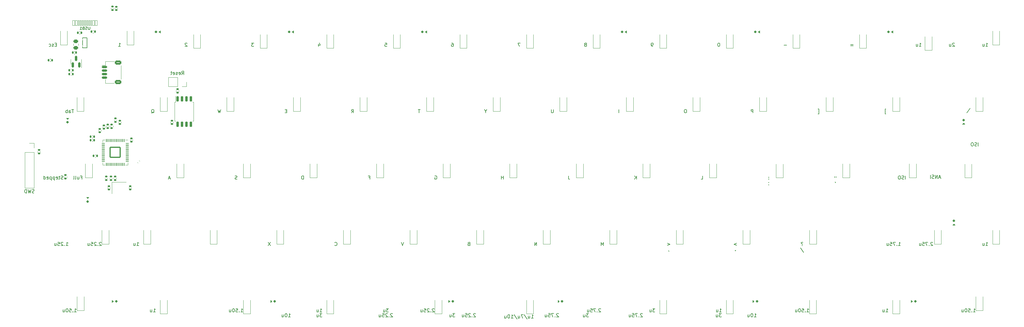
<source format=gbo>
%TF.GenerationSoftware,KiCad,Pcbnew,(6.0.0)*%
%TF.CreationDate,2022-07-31T19:44:35+03:00*%
%TF.ProjectId,SST60,53535436-302e-46b6-9963-61645f706362,0.1*%
%TF.SameCoordinates,Original*%
%TF.FileFunction,Legend,Bot*%
%TF.FilePolarity,Positive*%
%FSLAX46Y46*%
G04 Gerber Fmt 4.6, Leading zero omitted, Abs format (unit mm)*
G04 Created by KiCad (PCBNEW (6.0.0)) date 2022-07-31 19:44:35*
%MOMM*%
%LPD*%
G01*
G04 APERTURE LIST*
G04 Aperture macros list*
%AMRoundRect*
0 Rectangle with rounded corners*
0 $1 Rounding radius*
0 $2 $3 $4 $5 $6 $7 $8 $9 X,Y pos of 4 corners*
0 Add a 4 corners polygon primitive as box body*
4,1,4,$2,$3,$4,$5,$6,$7,$8,$9,$2,$3,0*
0 Add four circle primitives for the rounded corners*
1,1,$1+$1,$2,$3*
1,1,$1+$1,$4,$5*
1,1,$1+$1,$6,$7*
1,1,$1+$1,$8,$9*
0 Add four rect primitives between the rounded corners*
20,1,$1+$1,$2,$3,$4,$5,0*
20,1,$1+$1,$4,$5,$6,$7,0*
20,1,$1+$1,$6,$7,$8,$9,0*
20,1,$1+$1,$8,$9,$2,$3,0*%
%AMHorizOval*
0 Thick line with rounded ends*
0 $1 width*
0 $2 $3 position (X,Y) of the first rounded end (center of the circle)*
0 $4 $5 position (X,Y) of the second rounded end (center of the circle)*
0 Add line between two ends*
20,1,$1,$2,$3,$4,$5,0*
0 Add two circle primitives to create the rounded ends*
1,1,$1,$2,$3*
1,1,$1,$4,$5*%
G04 Aperture macros list end*
%ADD10C,0.150000*%
%ADD11C,0.120000*%
%ADD12C,0.100000*%
%ADD13C,1.000000*%
%ADD14C,7.000240*%
%ADD15C,7.001300*%
%ADD16C,1.750000*%
%ADD17C,3.987800*%
%ADD18C,2.250000*%
%ADD19HorizOval,2.250000X0.655001X0.730000X-0.655001X-0.730000X0*%
%ADD20HorizOval,2.250000X0.020000X0.290000X-0.020000X-0.290000X0*%
%ADD21C,1.905000*%
%ADD22R,1.905000X1.905000*%
%ADD23C,3.048000*%
%ADD24C,1.701800*%
%ADD25HorizOval,2.250000X0.290000X-0.019999X-0.290000X0.019999X0*%
%ADD26HorizOval,2.250000X0.730004X-0.654995X-0.730004X0.654995X0*%
%ADD27HorizOval,2.250000X0.655008X0.729993X-0.655008X-0.729993X0*%
%ADD28HorizOval,2.250000X0.020004X0.290000X-0.020004X-0.290000X0*%
%ADD29R,0.700000X1.000000*%
%ADD30R,0.700000X0.600000*%
%ADD31R,1.200000X0.900000*%
%ADD32RoundRect,0.140000X-0.170000X0.140000X-0.170000X-0.140000X0.170000X-0.140000X0.170000X0.140000X0*%
%ADD33RoundRect,0.175000X0.175000X0.175000X-0.175000X0.175000X-0.175000X-0.175000X0.175000X-0.175000X0*%
%ADD34R,0.700000X0.700000*%
%ADD35RoundRect,0.175000X-0.175000X-0.175000X0.175000X-0.175000X0.175000X0.175000X-0.175000X0.175000X0*%
%ADD36RoundRect,0.140000X0.170000X-0.140000X0.170000X0.140000X-0.170000X0.140000X-0.170000X-0.140000X0*%
%ADD37RoundRect,0.140000X0.140000X0.170000X-0.140000X0.170000X-0.140000X-0.170000X0.140000X-0.170000X0*%
%ADD38RoundRect,0.175000X-0.175000X0.175000X-0.175000X-0.175000X0.175000X-0.175000X0.175000X0.175000X0*%
%ADD39RoundRect,0.135000X0.185000X-0.135000X0.185000X0.135000X-0.185000X0.135000X-0.185000X-0.135000X0*%
%ADD40RoundRect,0.135000X0.135000X0.185000X-0.135000X0.185000X-0.135000X-0.185000X0.135000X-0.185000X0*%
%ADD41C,0.750000*%
%ADD42RoundRect,0.050000X-0.300000X-0.725000X0.300000X-0.725000X0.300000X0.725000X-0.300000X0.725000X0*%
%ADD43RoundRect,0.050000X-0.150000X-0.725000X0.150000X-0.725000X0.150000X0.725000X-0.150000X0.725000X0*%
%ADD44O,1.100000X1.700000*%
%ADD45O,1.100000X2.200000*%
%ADD46RoundRect,0.050000X0.387500X0.050000X-0.387500X0.050000X-0.387500X-0.050000X0.387500X-0.050000X0*%
%ADD47RoundRect,0.050000X0.050000X0.387500X-0.050000X0.387500X-0.050000X-0.387500X0.050000X-0.387500X0*%
%ADD48RoundRect,0.144000X1.456000X1.456000X-1.456000X1.456000X-1.456000X-1.456000X1.456000X-1.456000X0*%
%ADD49RoundRect,0.135000X-0.185000X0.135000X-0.185000X-0.135000X0.185000X-0.135000X0.185000X0.135000X0*%
%ADD50R,1.700000X1.700000*%
%ADD51O,1.700000X1.700000*%
%ADD52RoundRect,0.150000X-0.625000X0.150000X-0.625000X-0.150000X0.625000X-0.150000X0.625000X0.150000X0*%
%ADD53RoundRect,0.250000X-0.650000X0.350000X-0.650000X-0.350000X0.650000X-0.350000X0.650000X0.350000X0*%
%ADD54RoundRect,0.135000X-0.135000X-0.185000X0.135000X-0.185000X0.135000X0.185000X-0.135000X0.185000X0*%
%ADD55RoundRect,0.175000X0.175000X-0.175000X0.175000X0.175000X-0.175000X0.175000X-0.175000X-0.175000X0*%
%ADD56R,1.400000X1.200000*%
%ADD57RoundRect,0.150000X0.150000X-0.587500X0.150000X0.587500X-0.150000X0.587500X-0.150000X-0.587500X0*%
%ADD58RoundRect,0.150000X-0.150000X0.650000X-0.150000X-0.650000X0.150000X-0.650000X0.150000X0.650000X0*%
%ADD59RoundRect,0.243750X-0.456250X0.243750X-0.456250X-0.243750X0.456250X-0.243750X0.456250X0.243750X0*%
%ADD60RoundRect,0.140000X-0.219203X-0.021213X-0.021213X-0.219203X0.219203X0.021213X0.021213X0.219203X0*%
G04 APERTURE END LIST*
D10*
X241892857Y-130452380D02*
X242464285Y-130452380D01*
X242178571Y-130452380D02*
X242178571Y-129452380D01*
X242273809Y-129595238D01*
X242369047Y-129690476D01*
X242464285Y-129738095D01*
X241273809Y-129452380D02*
X241178571Y-129452380D01*
X241083333Y-129500000D01*
X241035714Y-129547619D01*
X240988095Y-129642857D01*
X240940476Y-129833333D01*
X240940476Y-130071428D01*
X240988095Y-130261904D01*
X241035714Y-130357142D01*
X241083333Y-130404761D01*
X241178571Y-130452380D01*
X241273809Y-130452380D01*
X241369047Y-130404761D01*
X241416666Y-130357142D01*
X241464285Y-130261904D01*
X241511904Y-130071428D01*
X241511904Y-129833333D01*
X241464285Y-129642857D01*
X241416666Y-129547619D01*
X241369047Y-129500000D01*
X241273809Y-129452380D01*
X240083333Y-129785714D02*
X240083333Y-130452380D01*
X240511904Y-129785714D02*
X240511904Y-130309523D01*
X240464285Y-130404761D01*
X240369047Y-130452380D01*
X240226190Y-130452380D01*
X240130952Y-130404761D01*
X240083333Y-130357142D01*
X108642857Y-130452380D02*
X109214285Y-130452380D01*
X108928571Y-130452380D02*
X108928571Y-129452380D01*
X109023809Y-129595238D01*
X109119047Y-129690476D01*
X109214285Y-129738095D01*
X108023809Y-129452380D02*
X107928571Y-129452380D01*
X107833333Y-129500000D01*
X107785714Y-129547619D01*
X107738095Y-129642857D01*
X107690476Y-129833333D01*
X107690476Y-130071428D01*
X107738095Y-130261904D01*
X107785714Y-130357142D01*
X107833333Y-130404761D01*
X107928571Y-130452380D01*
X108023809Y-130452380D01*
X108119047Y-130404761D01*
X108166666Y-130357142D01*
X108214285Y-130261904D01*
X108261904Y-130071428D01*
X108261904Y-129833333D01*
X108214285Y-129642857D01*
X108166666Y-129547619D01*
X108119047Y-129500000D01*
X108023809Y-129452380D01*
X106833333Y-129785714D02*
X106833333Y-130452380D01*
X107261904Y-129785714D02*
X107261904Y-130309523D01*
X107214285Y-130404761D01*
X107119047Y-130452380D01*
X106976190Y-130452380D01*
X106880952Y-130404761D01*
X106833333Y-130357142D01*
%TO.C,1.50u*%
X47394642Y-129039880D02*
X47966071Y-129039880D01*
X47680357Y-129039880D02*
X47680357Y-128039880D01*
X47775595Y-128182738D01*
X47870833Y-128277976D01*
X47966071Y-128325595D01*
X46966071Y-128944642D02*
X46918452Y-128992261D01*
X46966071Y-129039880D01*
X47013690Y-128992261D01*
X46966071Y-128944642D01*
X46966071Y-129039880D01*
X46013690Y-128039880D02*
X46489880Y-128039880D01*
X46537500Y-128516071D01*
X46489880Y-128468452D01*
X46394642Y-128420833D01*
X46156547Y-128420833D01*
X46061309Y-128468452D01*
X46013690Y-128516071D01*
X45966071Y-128611309D01*
X45966071Y-128849404D01*
X46013690Y-128944642D01*
X46061309Y-128992261D01*
X46156547Y-129039880D01*
X46394642Y-129039880D01*
X46489880Y-128992261D01*
X46537500Y-128944642D01*
X45347023Y-128039880D02*
X45251785Y-128039880D01*
X45156547Y-128087500D01*
X45108928Y-128135119D01*
X45061309Y-128230357D01*
X45013690Y-128420833D01*
X45013690Y-128658928D01*
X45061309Y-128849404D01*
X45108928Y-128944642D01*
X45156547Y-128992261D01*
X45251785Y-129039880D01*
X45347023Y-129039880D01*
X45442261Y-128992261D01*
X45489880Y-128944642D01*
X45537500Y-128849404D01*
X45585119Y-128658928D01*
X45585119Y-128420833D01*
X45537500Y-128230357D01*
X45489880Y-128135119D01*
X45442261Y-128087500D01*
X45347023Y-128039880D01*
X44156547Y-128373214D02*
X44156547Y-129039880D01*
X44585119Y-128373214D02*
X44585119Y-128897023D01*
X44537500Y-128992261D01*
X44442261Y-129039880D01*
X44299404Y-129039880D01*
X44204166Y-128992261D01*
X44156547Y-128944642D01*
%TO.C,T*%
X146335714Y-70889880D02*
X145764285Y-70889880D01*
X146050000Y-71889880D02*
X146050000Y-70889880D01*
%TO.C,Tab*%
X47227976Y-70889880D02*
X46656547Y-70889880D01*
X46942261Y-71889880D02*
X46942261Y-70889880D01*
X45894642Y-71889880D02*
X45894642Y-71366071D01*
X45942261Y-71270833D01*
X46037500Y-71223214D01*
X46227976Y-71223214D01*
X46323214Y-71270833D01*
X45894642Y-71842261D02*
X45989880Y-71889880D01*
X46227976Y-71889880D01*
X46323214Y-71842261D01*
X46370833Y-71747023D01*
X46370833Y-71651785D01*
X46323214Y-71556547D01*
X46227976Y-71508928D01*
X45989880Y-71508928D01*
X45894642Y-71461309D01*
X45418452Y-71889880D02*
X45418452Y-70889880D01*
X45418452Y-71270833D02*
X45323214Y-71223214D01*
X45132738Y-71223214D01*
X45037500Y-71270833D01*
X44989880Y-71318452D01*
X44942261Y-71413690D01*
X44942261Y-71699404D01*
X44989880Y-71794642D01*
X45037500Y-71842261D01*
X45132738Y-71889880D01*
X45323214Y-71889880D01*
X45418452Y-71842261D01*
%TO.C,[*%
X260159523Y-72223214D02*
X260397619Y-72223214D01*
X260397619Y-70794642D01*
X260159523Y-70794642D01*
%TO.C,1.50u*%
X256944642Y-129039880D02*
X257516071Y-129039880D01*
X257230357Y-129039880D02*
X257230357Y-128039880D01*
X257325595Y-128182738D01*
X257420833Y-128277976D01*
X257516071Y-128325595D01*
X256516071Y-128944642D02*
X256468452Y-128992261D01*
X256516071Y-129039880D01*
X256563690Y-128992261D01*
X256516071Y-128944642D01*
X256516071Y-129039880D01*
X255563690Y-128039880D02*
X256039880Y-128039880D01*
X256087500Y-128516071D01*
X256039880Y-128468452D01*
X255944642Y-128420833D01*
X255706547Y-128420833D01*
X255611309Y-128468452D01*
X255563690Y-128516071D01*
X255516071Y-128611309D01*
X255516071Y-128849404D01*
X255563690Y-128944642D01*
X255611309Y-128992261D01*
X255706547Y-129039880D01*
X255944642Y-129039880D01*
X256039880Y-128992261D01*
X256087500Y-128944642D01*
X254897023Y-128039880D02*
X254801785Y-128039880D01*
X254706547Y-128087500D01*
X254658928Y-128135119D01*
X254611309Y-128230357D01*
X254563690Y-128420833D01*
X254563690Y-128658928D01*
X254611309Y-128849404D01*
X254658928Y-128944642D01*
X254706547Y-128992261D01*
X254801785Y-129039880D01*
X254897023Y-129039880D01*
X254992261Y-128992261D01*
X255039880Y-128944642D01*
X255087500Y-128849404D01*
X255135119Y-128658928D01*
X255135119Y-128420833D01*
X255087500Y-128230357D01*
X255039880Y-128135119D01*
X254992261Y-128087500D01*
X254897023Y-128039880D01*
X253706547Y-128373214D02*
X253706547Y-129039880D01*
X254135119Y-128373214D02*
X254135119Y-128897023D01*
X254087500Y-128992261D01*
X253992261Y-129039880D01*
X253849404Y-129039880D01*
X253754166Y-128992261D01*
X253706547Y-128944642D01*
%TO.C,R*%
X126690476Y-71889880D02*
X127023809Y-71413690D01*
X127261904Y-71889880D02*
X127261904Y-70889880D01*
X126880952Y-70889880D01*
X126785714Y-70937500D01*
X126738095Y-70985119D01*
X126690476Y-71080357D01*
X126690476Y-71223214D01*
X126738095Y-71318452D01*
X126785714Y-71366071D01*
X126880952Y-71413690D01*
X127261904Y-71413690D01*
%TO.C,<*%
X217106547Y-109323214D02*
X217868452Y-109608928D01*
X217106547Y-109894642D01*
X217439880Y-111404761D02*
X217439880Y-111452380D01*
X217487500Y-111547619D01*
X217535119Y-111595238D01*
%TO.C,Stepped*%
X44165714Y-90892261D02*
X44022857Y-90939880D01*
X43784761Y-90939880D01*
X43689523Y-90892261D01*
X43641904Y-90844642D01*
X43594285Y-90749404D01*
X43594285Y-90654166D01*
X43641904Y-90558928D01*
X43689523Y-90511309D01*
X43784761Y-90463690D01*
X43975238Y-90416071D01*
X44070476Y-90368452D01*
X44118095Y-90320833D01*
X44165714Y-90225595D01*
X44165714Y-90130357D01*
X44118095Y-90035119D01*
X44070476Y-89987500D01*
X43975238Y-89939880D01*
X43737142Y-89939880D01*
X43594285Y-89987500D01*
X43308571Y-90273214D02*
X42927619Y-90273214D01*
X43165714Y-89939880D02*
X43165714Y-90797023D01*
X43118095Y-90892261D01*
X43022857Y-90939880D01*
X42927619Y-90939880D01*
X42213333Y-90892261D02*
X42308571Y-90939880D01*
X42499047Y-90939880D01*
X42594285Y-90892261D01*
X42641904Y-90797023D01*
X42641904Y-90416071D01*
X42594285Y-90320833D01*
X42499047Y-90273214D01*
X42308571Y-90273214D01*
X42213333Y-90320833D01*
X42165714Y-90416071D01*
X42165714Y-90511309D01*
X42641904Y-90606547D01*
X41737142Y-90273214D02*
X41737142Y-91273214D01*
X41737142Y-90320833D02*
X41641904Y-90273214D01*
X41451428Y-90273214D01*
X41356190Y-90320833D01*
X41308571Y-90368452D01*
X41260952Y-90463690D01*
X41260952Y-90749404D01*
X41308571Y-90844642D01*
X41356190Y-90892261D01*
X41451428Y-90939880D01*
X41641904Y-90939880D01*
X41737142Y-90892261D01*
X40832380Y-90273214D02*
X40832380Y-91273214D01*
X40832380Y-90320833D02*
X40737142Y-90273214D01*
X40546666Y-90273214D01*
X40451428Y-90320833D01*
X40403809Y-90368452D01*
X40356190Y-90463690D01*
X40356190Y-90749404D01*
X40403809Y-90844642D01*
X40451428Y-90892261D01*
X40546666Y-90939880D01*
X40737142Y-90939880D01*
X40832380Y-90892261D01*
X39546666Y-90892261D02*
X39641904Y-90939880D01*
X39832380Y-90939880D01*
X39927619Y-90892261D01*
X39975238Y-90797023D01*
X39975238Y-90416071D01*
X39927619Y-90320833D01*
X39832380Y-90273214D01*
X39641904Y-90273214D01*
X39546666Y-90320833D01*
X39499047Y-90416071D01*
X39499047Y-90511309D01*
X39975238Y-90606547D01*
X38641904Y-90939880D02*
X38641904Y-89939880D01*
X38641904Y-90892261D02*
X38737142Y-90939880D01*
X38927619Y-90939880D01*
X39022857Y-90892261D01*
X39070476Y-90844642D01*
X39118095Y-90749404D01*
X39118095Y-90463690D01*
X39070476Y-90368452D01*
X39022857Y-90320833D01*
X38927619Y-90273214D01*
X38737142Y-90273214D01*
X38641904Y-90320833D01*
%TO.C,S*%
X93948214Y-90892261D02*
X93805357Y-90939880D01*
X93567261Y-90939880D01*
X93472023Y-90892261D01*
X93424404Y-90844642D01*
X93376785Y-90749404D01*
X93376785Y-90654166D01*
X93424404Y-90558928D01*
X93472023Y-90511309D01*
X93567261Y-90463690D01*
X93757738Y-90416071D01*
X93852976Y-90368452D01*
X93900595Y-90320833D01*
X93948214Y-90225595D01*
X93948214Y-90130357D01*
X93900595Y-90035119D01*
X93852976Y-89987500D01*
X93757738Y-89939880D01*
X93519642Y-89939880D01*
X93376785Y-89987500D01*
%TO.C,B*%
X160266071Y-109466071D02*
X160123214Y-109513690D01*
X160075595Y-109561309D01*
X160027976Y-109656547D01*
X160027976Y-109799404D01*
X160075595Y-109894642D01*
X160123214Y-109942261D01*
X160218452Y-109989880D01*
X160599404Y-109989880D01*
X160599404Y-108989880D01*
X160266071Y-108989880D01*
X160170833Y-109037500D01*
X160123214Y-109085119D01*
X160075595Y-109180357D01*
X160075595Y-109275595D01*
X160123214Y-109370833D01*
X160170833Y-109418452D01*
X160266071Y-109466071D01*
X160599404Y-109466071D01*
%TO.C,H*%
X170148214Y-90939880D02*
X170148214Y-89939880D01*
X170148214Y-90416071D02*
X169576785Y-90416071D01*
X169576785Y-90939880D02*
X169576785Y-89939880D01*
%TO.C,D*%
X112974404Y-90939880D02*
X112974404Y-89939880D01*
X112736309Y-89939880D01*
X112593452Y-89987500D01*
X112498214Y-90082738D01*
X112450595Y-90177976D01*
X112402976Y-90368452D01*
X112402976Y-90511309D01*
X112450595Y-90701785D01*
X112498214Y-90797023D01*
X112593452Y-90892261D01*
X112736309Y-90939880D01*
X112974404Y-90939880D01*
%TO.C,J*%
X188769642Y-89939880D02*
X188769642Y-90654166D01*
X188817261Y-90797023D01*
X188912500Y-90892261D01*
X189055357Y-90939880D01*
X189150595Y-90939880D01*
%TO.C,ISO*%
X285162500Y-90939880D02*
X285162500Y-89939880D01*
X284733928Y-90892261D02*
X284591071Y-90939880D01*
X284352976Y-90939880D01*
X284257738Y-90892261D01*
X284210119Y-90844642D01*
X284162500Y-90749404D01*
X284162500Y-90654166D01*
X284210119Y-90558928D01*
X284257738Y-90511309D01*
X284352976Y-90463690D01*
X284543452Y-90416071D01*
X284638690Y-90368452D01*
X284686309Y-90320833D01*
X284733928Y-90225595D01*
X284733928Y-90130357D01*
X284686309Y-90035119D01*
X284638690Y-89987500D01*
X284543452Y-89939880D01*
X284305357Y-89939880D01*
X284162500Y-89987500D01*
X283543452Y-89939880D02*
X283352976Y-89939880D01*
X283257738Y-89987500D01*
X283162500Y-90082738D01*
X283114880Y-90273214D01*
X283114880Y-90606547D01*
X283162500Y-90797023D01*
X283257738Y-90892261D01*
X283352976Y-90939880D01*
X283543452Y-90939880D01*
X283638690Y-90892261D01*
X283733928Y-90797023D01*
X283781547Y-90606547D01*
X283781547Y-90273214D01*
X283733928Y-90082738D01*
X283638690Y-89987500D01*
X283543452Y-89939880D01*
%TO.C,1u*%
X117641666Y-129039880D02*
X118213095Y-129039880D01*
X117927380Y-129039880D02*
X117927380Y-128039880D01*
X118022619Y-128182738D01*
X118117857Y-128277976D01*
X118213095Y-128325595D01*
X116784523Y-128373214D02*
X116784523Y-129039880D01*
X117213095Y-128373214D02*
X117213095Y-128897023D01*
X117165476Y-128992261D01*
X117070238Y-129039880D01*
X116927380Y-129039880D01*
X116832142Y-128992261D01*
X116784523Y-128944642D01*
X308141666Y-109989880D02*
X308713095Y-109989880D01*
X308427380Y-109989880D02*
X308427380Y-108989880D01*
X308522619Y-109132738D01*
X308617857Y-109227976D01*
X308713095Y-109275595D01*
X307284523Y-109323214D02*
X307284523Y-109989880D01*
X307713095Y-109323214D02*
X307713095Y-109847023D01*
X307665476Y-109942261D01*
X307570238Y-109989880D01*
X307427380Y-109989880D01*
X307332142Y-109942261D01*
X307284523Y-109894642D01*
%TO.C,W*%
X89328571Y-70889880D02*
X89090476Y-71889880D01*
X88900000Y-71175595D01*
X88709523Y-71889880D01*
X88471428Y-70889880D01*
%TO.C,-*%
X251205952Y-52458928D02*
X250444047Y-52458928D01*
%TO.C,1.75u*%
X283138392Y-109989880D02*
X283709821Y-109989880D01*
X283424107Y-109989880D02*
X283424107Y-108989880D01*
X283519345Y-109132738D01*
X283614583Y-109227976D01*
X283709821Y-109275595D01*
X282709821Y-109894642D02*
X282662202Y-109942261D01*
X282709821Y-109989880D01*
X282757440Y-109942261D01*
X282709821Y-109894642D01*
X282709821Y-109989880D01*
X282328869Y-108989880D02*
X281662202Y-108989880D01*
X282090773Y-109989880D01*
X280805059Y-108989880D02*
X281281250Y-108989880D01*
X281328869Y-109466071D01*
X281281250Y-109418452D01*
X281186011Y-109370833D01*
X280947916Y-109370833D01*
X280852678Y-109418452D01*
X280805059Y-109466071D01*
X280757440Y-109561309D01*
X280757440Y-109799404D01*
X280805059Y-109894642D01*
X280852678Y-109942261D01*
X280947916Y-109989880D01*
X281186011Y-109989880D01*
X281281250Y-109942261D01*
X281328869Y-109894642D01*
X279900297Y-109323214D02*
X279900297Y-109989880D01*
X280328869Y-109323214D02*
X280328869Y-109847023D01*
X280281250Y-109942261D01*
X280186011Y-109989880D01*
X280043154Y-109989880D01*
X279947916Y-109942261D01*
X279900297Y-109894642D01*
%TO.C,V*%
X141620833Y-108989880D02*
X141287500Y-109989880D01*
X140954166Y-108989880D01*
%TO.C,X*%
X103520833Y-108989880D02*
X102854166Y-109989880D01*
X102854166Y-108989880D02*
X103520833Y-109989880D01*
%TO.C,1u*%
X279566666Y-129039880D02*
X280138095Y-129039880D01*
X279852380Y-129039880D02*
X279852380Y-128039880D01*
X279947619Y-128182738D01*
X280042857Y-128277976D01*
X280138095Y-128325595D01*
X278709523Y-128373214D02*
X278709523Y-129039880D01*
X279138095Y-128373214D02*
X279138095Y-128897023D01*
X279090476Y-128992261D01*
X278995238Y-129039880D01*
X278852380Y-129039880D01*
X278757142Y-128992261D01*
X278709523Y-128944642D01*
%TO.C,5*%
X136286904Y-51839880D02*
X136763095Y-51839880D01*
X136810714Y-52316071D01*
X136763095Y-52268452D01*
X136667857Y-52220833D01*
X136429761Y-52220833D01*
X136334523Y-52268452D01*
X136286904Y-52316071D01*
X136239285Y-52411309D01*
X136239285Y-52649404D01*
X136286904Y-52744642D01*
X136334523Y-52792261D01*
X136429761Y-52839880D01*
X136667857Y-52839880D01*
X136763095Y-52792261D01*
X136810714Y-52744642D01*
%TO.C,G*%
X150550595Y-89987500D02*
X150645833Y-89939880D01*
X150788690Y-89939880D01*
X150931547Y-89987500D01*
X151026785Y-90082738D01*
X151074404Y-90177976D01*
X151122023Y-90368452D01*
X151122023Y-90511309D01*
X151074404Y-90701785D01*
X151026785Y-90797023D01*
X150931547Y-90892261D01*
X150788690Y-90939880D01*
X150693452Y-90939880D01*
X150550595Y-90892261D01*
X150502976Y-90844642D01*
X150502976Y-90511309D01*
X150693452Y-90511309D01*
%TO.C,1u*%
X231941666Y-129039880D02*
X232513095Y-129039880D01*
X232227380Y-129039880D02*
X232227380Y-128039880D01*
X232322619Y-128182738D01*
X232417857Y-128277976D01*
X232513095Y-128325595D01*
X231084523Y-128373214D02*
X231084523Y-129039880D01*
X231513095Y-128373214D02*
X231513095Y-128897023D01*
X231465476Y-128992261D01*
X231370238Y-129039880D01*
X231227380Y-129039880D01*
X231132142Y-128992261D01*
X231084523Y-128944642D01*
%TO.C,:*%
X246062500Y-90844642D02*
X246014880Y-90892261D01*
X246062500Y-90939880D01*
X246110119Y-90892261D01*
X246062500Y-90844642D01*
X246062500Y-90939880D01*
X246062500Y-90320833D02*
X246014880Y-90368452D01*
X246062500Y-90416071D01*
X246110119Y-90368452D01*
X246062500Y-90320833D01*
X246062500Y-90416071D01*
X246014880Y-92404761D02*
X246014880Y-92452380D01*
X246062500Y-92547619D01*
X246110119Y-92595238D01*
X246062500Y-91833333D02*
X246014880Y-91880952D01*
X246062500Y-91928571D01*
X246110119Y-91880952D01*
X246062500Y-91833333D01*
X246062500Y-91928571D01*
%TO.C,8*%
X193770238Y-52268452D02*
X193865476Y-52220833D01*
X193913095Y-52173214D01*
X193960714Y-52077976D01*
X193960714Y-52030357D01*
X193913095Y-51935119D01*
X193865476Y-51887500D01*
X193770238Y-51839880D01*
X193579761Y-51839880D01*
X193484523Y-51887500D01*
X193436904Y-51935119D01*
X193389285Y-52030357D01*
X193389285Y-52077976D01*
X193436904Y-52173214D01*
X193484523Y-52220833D01*
X193579761Y-52268452D01*
X193770238Y-52268452D01*
X193865476Y-52316071D01*
X193913095Y-52363690D01*
X193960714Y-52458928D01*
X193960714Y-52649404D01*
X193913095Y-52744642D01*
X193865476Y-52792261D01*
X193770238Y-52839880D01*
X193579761Y-52839880D01*
X193484523Y-52792261D01*
X193436904Y-52744642D01*
X193389285Y-52649404D01*
X193389285Y-52458928D01*
X193436904Y-52363690D01*
X193484523Y-52316071D01*
X193579761Y-52268452D01*
%TO.C,P*%
X241561904Y-71889880D02*
X241561904Y-70889880D01*
X241180952Y-70889880D01*
X241085714Y-70937500D01*
X241038095Y-70985119D01*
X240990476Y-71080357D01*
X240990476Y-71223214D01*
X241038095Y-71318452D01*
X241085714Y-71366071D01*
X241180952Y-71413690D01*
X241561904Y-71413690D01*
%TO.C,2.25u*%
X150359821Y-128135119D02*
X150312202Y-128087500D01*
X150216964Y-128039880D01*
X149978869Y-128039880D01*
X149883630Y-128087500D01*
X149836011Y-128135119D01*
X149788392Y-128230357D01*
X149788392Y-128325595D01*
X149836011Y-128468452D01*
X150407440Y-129039880D01*
X149788392Y-129039880D01*
X149359821Y-128944642D02*
X149312202Y-128992261D01*
X149359821Y-129039880D01*
X149407440Y-128992261D01*
X149359821Y-128944642D01*
X149359821Y-129039880D01*
X148931250Y-128135119D02*
X148883630Y-128087500D01*
X148788392Y-128039880D01*
X148550297Y-128039880D01*
X148455059Y-128087500D01*
X148407440Y-128135119D01*
X148359821Y-128230357D01*
X148359821Y-128325595D01*
X148407440Y-128468452D01*
X148978869Y-129039880D01*
X148359821Y-129039880D01*
X147455059Y-128039880D02*
X147931250Y-128039880D01*
X147978869Y-128516071D01*
X147931250Y-128468452D01*
X147836011Y-128420833D01*
X147597916Y-128420833D01*
X147502678Y-128468452D01*
X147455059Y-128516071D01*
X147407440Y-128611309D01*
X147407440Y-128849404D01*
X147455059Y-128944642D01*
X147502678Y-128992261D01*
X147597916Y-129039880D01*
X147836011Y-129039880D01*
X147931250Y-128992261D01*
X147978869Y-128944642D01*
X146550297Y-128373214D02*
X146550297Y-129039880D01*
X146978869Y-128373214D02*
X146978869Y-128897023D01*
X146931250Y-128992261D01*
X146836011Y-129039880D01*
X146693154Y-129039880D01*
X146597916Y-128992261D01*
X146550297Y-128944642D01*
X138428571Y-129547619D02*
X138380952Y-129500000D01*
X138285714Y-129452380D01*
X138047619Y-129452380D01*
X137952380Y-129500000D01*
X137904761Y-129547619D01*
X137857142Y-129642857D01*
X137857142Y-129738095D01*
X137904761Y-129880952D01*
X138476190Y-130452380D01*
X137857142Y-130452380D01*
X137428571Y-130357142D02*
X137380952Y-130404761D01*
X137428571Y-130452380D01*
X137476190Y-130404761D01*
X137428571Y-130357142D01*
X137428571Y-130452380D01*
X137000000Y-129547619D02*
X136952380Y-129500000D01*
X136857142Y-129452380D01*
X136619047Y-129452380D01*
X136523809Y-129500000D01*
X136476190Y-129547619D01*
X136428571Y-129642857D01*
X136428571Y-129738095D01*
X136476190Y-129880952D01*
X137047619Y-130452380D01*
X136428571Y-130452380D01*
X135523809Y-129452380D02*
X136000000Y-129452380D01*
X136047619Y-129928571D01*
X136000000Y-129880952D01*
X135904761Y-129833333D01*
X135666666Y-129833333D01*
X135571428Y-129880952D01*
X135523809Y-129928571D01*
X135476190Y-130023809D01*
X135476190Y-130261904D01*
X135523809Y-130357142D01*
X135571428Y-130404761D01*
X135666666Y-130452380D01*
X135904761Y-130452380D01*
X136000000Y-130404761D01*
X136047619Y-130357142D01*
X134619047Y-129785714D02*
X134619047Y-130452380D01*
X135047619Y-129785714D02*
X135047619Y-130309523D01*
X135000000Y-130404761D01*
X134904761Y-130452380D01*
X134761904Y-130452380D01*
X134666666Y-130404761D01*
X134619047Y-130357142D01*
X162178571Y-129547619D02*
X162130952Y-129500000D01*
X162035714Y-129452380D01*
X161797619Y-129452380D01*
X161702380Y-129500000D01*
X161654761Y-129547619D01*
X161607142Y-129642857D01*
X161607142Y-129738095D01*
X161654761Y-129880952D01*
X162226190Y-130452380D01*
X161607142Y-130452380D01*
X161178571Y-130357142D02*
X161130952Y-130404761D01*
X161178571Y-130452380D01*
X161226190Y-130404761D01*
X161178571Y-130357142D01*
X161178571Y-130452380D01*
X160750000Y-129547619D02*
X160702380Y-129500000D01*
X160607142Y-129452380D01*
X160369047Y-129452380D01*
X160273809Y-129500000D01*
X160226190Y-129547619D01*
X160178571Y-129642857D01*
X160178571Y-129738095D01*
X160226190Y-129880952D01*
X160797619Y-130452380D01*
X160178571Y-130452380D01*
X159273809Y-129452380D02*
X159750000Y-129452380D01*
X159797619Y-129928571D01*
X159750000Y-129880952D01*
X159654761Y-129833333D01*
X159416666Y-129833333D01*
X159321428Y-129880952D01*
X159273809Y-129928571D01*
X159226190Y-130023809D01*
X159226190Y-130261904D01*
X159273809Y-130357142D01*
X159321428Y-130404761D01*
X159416666Y-130452380D01*
X159654761Y-130452380D01*
X159750000Y-130404761D01*
X159797619Y-130357142D01*
X158369047Y-129785714D02*
X158369047Y-130452380D01*
X158797619Y-129785714D02*
X158797619Y-130309523D01*
X158750000Y-130404761D01*
X158654761Y-130452380D01*
X158511904Y-130452380D01*
X158416666Y-130404761D01*
X158369047Y-130357142D01*
%TO.C,Q*%
X69469047Y-71985119D02*
X69564285Y-71937500D01*
X69659523Y-71842261D01*
X69802380Y-71699404D01*
X69897619Y-71651785D01*
X69992857Y-71651785D01*
X69945238Y-71889880D02*
X70040476Y-71842261D01*
X70135714Y-71747023D01*
X70183333Y-71556547D01*
X70183333Y-71223214D01*
X70135714Y-71032738D01*
X70040476Y-70937500D01*
X69945238Y-70889880D01*
X69754761Y-70889880D01*
X69659523Y-70937500D01*
X69564285Y-71032738D01*
X69516666Y-71223214D01*
X69516666Y-71556547D01*
X69564285Y-71747023D01*
X69659523Y-71842261D01*
X69754761Y-71889880D01*
X69945238Y-71889880D01*
%TO.C,1*%
X60039285Y-52839880D02*
X60610714Y-52839880D01*
X60325000Y-52839880D02*
X60325000Y-51839880D01*
X60420238Y-51982738D01*
X60515476Y-52077976D01*
X60610714Y-52125595D01*
%TO.C,Y*%
X165100000Y-71413690D02*
X165100000Y-71889880D01*
X165433333Y-70889880D02*
X165100000Y-71413690D01*
X164766666Y-70889880D01*
%TO.C,]*%
X279590476Y-72223214D02*
X279352380Y-72223214D01*
X279352380Y-70794642D01*
X279590476Y-70794642D01*
%TO.C,1u/7u/10u*%
X178157619Y-130782380D02*
X178729047Y-130782380D01*
X178443333Y-130782380D02*
X178443333Y-129782380D01*
X178538571Y-129925238D01*
X178633809Y-130020476D01*
X178729047Y-130068095D01*
X177300476Y-130115714D02*
X177300476Y-130782380D01*
X177729047Y-130115714D02*
X177729047Y-130639523D01*
X177681428Y-130734761D01*
X177586190Y-130782380D01*
X177443333Y-130782380D01*
X177348095Y-130734761D01*
X177300476Y-130687142D01*
X176110000Y-129734761D02*
X176967142Y-131020476D01*
X175871904Y-129782380D02*
X175205238Y-129782380D01*
X175633809Y-130782380D01*
X174395714Y-130115714D02*
X174395714Y-130782380D01*
X174824285Y-130115714D02*
X174824285Y-130639523D01*
X174776666Y-130734761D01*
X174681428Y-130782380D01*
X174538571Y-130782380D01*
X174443333Y-130734761D01*
X174395714Y-130687142D01*
X173205238Y-129734761D02*
X174062380Y-131020476D01*
X172348095Y-130782380D02*
X172919523Y-130782380D01*
X172633809Y-130782380D02*
X172633809Y-129782380D01*
X172729047Y-129925238D01*
X172824285Y-130020476D01*
X172919523Y-130068095D01*
X171729047Y-129782380D02*
X171633809Y-129782380D01*
X171538571Y-129830000D01*
X171490952Y-129877619D01*
X171443333Y-129972857D01*
X171395714Y-130163333D01*
X171395714Y-130401428D01*
X171443333Y-130591904D01*
X171490952Y-130687142D01*
X171538571Y-130734761D01*
X171633809Y-130782380D01*
X171729047Y-130782380D01*
X171824285Y-130734761D01*
X171871904Y-130687142D01*
X171919523Y-130591904D01*
X171967142Y-130401428D01*
X171967142Y-130163333D01*
X171919523Y-129972857D01*
X171871904Y-129877619D01*
X171824285Y-129830000D01*
X171729047Y-129782380D01*
X170538571Y-130115714D02*
X170538571Y-130782380D01*
X170967142Y-130115714D02*
X170967142Y-130639523D01*
X170919523Y-130734761D01*
X170824285Y-130782380D01*
X170681428Y-130782380D01*
X170586190Y-130734761D01*
X170538571Y-130687142D01*
%TO.C,9*%
X212915476Y-52839880D02*
X212725000Y-52839880D01*
X212629761Y-52792261D01*
X212582142Y-52744642D01*
X212486904Y-52601785D01*
X212439285Y-52411309D01*
X212439285Y-52030357D01*
X212486904Y-51935119D01*
X212534523Y-51887500D01*
X212629761Y-51839880D01*
X212820238Y-51839880D01*
X212915476Y-51887500D01*
X212963095Y-51935119D01*
X213010714Y-52030357D01*
X213010714Y-52268452D01*
X212963095Y-52363690D01*
X212915476Y-52411309D01*
X212820238Y-52458928D01*
X212629761Y-52458928D01*
X212534523Y-52411309D01*
X212486904Y-52363690D01*
X212439285Y-52268452D01*
%TO.C,1u*%
X65254166Y-109989880D02*
X65825595Y-109989880D01*
X65539880Y-109989880D02*
X65539880Y-108989880D01*
X65635119Y-109132738D01*
X65730357Y-109227976D01*
X65825595Y-109275595D01*
X64397023Y-109323214D02*
X64397023Y-109989880D01*
X64825595Y-109323214D02*
X64825595Y-109847023D01*
X64777976Y-109942261D01*
X64682738Y-109989880D01*
X64539880Y-109989880D01*
X64444642Y-109942261D01*
X64397023Y-109894642D01*
%TO.C,>*%
X236918452Y-109323214D02*
X236156547Y-109608928D01*
X236918452Y-109894642D01*
X236537500Y-111357142D02*
X236489880Y-111404761D01*
X236537500Y-111452380D01*
X236585119Y-111404761D01*
X236537500Y-111357142D01*
X236537500Y-111452380D01*
%TO.C,2.75u*%
X292968571Y-109085119D02*
X292920952Y-109037500D01*
X292825714Y-108989880D01*
X292587619Y-108989880D01*
X292492380Y-109037500D01*
X292444761Y-109085119D01*
X292397142Y-109180357D01*
X292397142Y-109275595D01*
X292444761Y-109418452D01*
X293016190Y-109989880D01*
X292397142Y-109989880D01*
X291968571Y-109894642D02*
X291920952Y-109942261D01*
X291968571Y-109989880D01*
X292016190Y-109942261D01*
X291968571Y-109894642D01*
X291968571Y-109989880D01*
X291587619Y-108989880D02*
X290920952Y-108989880D01*
X291349523Y-109989880D01*
X290063809Y-108989880D02*
X290540000Y-108989880D01*
X290587619Y-109466071D01*
X290540000Y-109418452D01*
X290444761Y-109370833D01*
X290206666Y-109370833D01*
X290111428Y-109418452D01*
X290063809Y-109466071D01*
X290016190Y-109561309D01*
X290016190Y-109799404D01*
X290063809Y-109894642D01*
X290111428Y-109942261D01*
X290206666Y-109989880D01*
X290444761Y-109989880D01*
X290540000Y-109942261D01*
X290587619Y-109894642D01*
X289159047Y-109323214D02*
X289159047Y-109989880D01*
X289587619Y-109323214D02*
X289587619Y-109847023D01*
X289540000Y-109942261D01*
X289444761Y-109989880D01*
X289301904Y-109989880D01*
X289206666Y-109942261D01*
X289159047Y-109894642D01*
%TO.C,C*%
X121927976Y-109894642D02*
X121975595Y-109942261D01*
X122118452Y-109989880D01*
X122213690Y-109989880D01*
X122356547Y-109942261D01*
X122451785Y-109847023D01*
X122499404Y-109751785D01*
X122547023Y-109561309D01*
X122547023Y-109418452D01*
X122499404Y-109227976D01*
X122451785Y-109132738D01*
X122356547Y-109037500D01*
X122213690Y-108989880D01*
X122118452Y-108989880D01*
X121975595Y-109037500D01*
X121927976Y-109085119D01*
%TO.C,E*%
X108164285Y-71366071D02*
X107830952Y-71366071D01*
X107688095Y-71889880D02*
X108164285Y-71889880D01*
X108164285Y-70889880D01*
X107688095Y-70889880D01*
%TO.C,ANSI*%
X295226190Y-90416666D02*
X294750000Y-90416666D01*
X295321428Y-90702380D02*
X294988095Y-89702380D01*
X294654761Y-90702380D01*
X294321428Y-90702380D02*
X294321428Y-89702380D01*
X293750000Y-90702380D01*
X293750000Y-89702380D01*
X293321428Y-90654761D02*
X293178571Y-90702380D01*
X292940476Y-90702380D01*
X292845238Y-90654761D01*
X292797619Y-90607142D01*
X292750000Y-90511904D01*
X292750000Y-90416666D01*
X292797619Y-90321428D01*
X292845238Y-90273809D01*
X292940476Y-90226190D01*
X293130952Y-90178571D01*
X293226190Y-90130952D01*
X293273809Y-90083333D01*
X293321428Y-89988095D01*
X293321428Y-89892857D01*
X293273809Y-89797619D01*
X293226190Y-89750000D01*
X293130952Y-89702380D01*
X292892857Y-89702380D01*
X292750000Y-89750000D01*
X292321428Y-90702380D02*
X292321428Y-89702380D01*
%TO.C,A*%
X74850595Y-90654166D02*
X74374404Y-90654166D01*
X74945833Y-90939880D02*
X74612500Y-89939880D01*
X74279166Y-90939880D01*
%TO.C,1u*%
X308141666Y-52839880D02*
X308713095Y-52839880D01*
X308427380Y-52839880D02*
X308427380Y-51839880D01*
X308522619Y-51982738D01*
X308617857Y-52077976D01*
X308713095Y-52125595D01*
X307284523Y-52173214D02*
X307284523Y-52839880D01*
X307713095Y-52173214D02*
X307713095Y-52697023D01*
X307665476Y-52792261D01*
X307570238Y-52839880D01*
X307427380Y-52839880D01*
X307332142Y-52792261D01*
X307284523Y-52744642D01*
%TO.C,0*%
X231822619Y-51839880D02*
X231727380Y-51839880D01*
X231632142Y-51887500D01*
X231584523Y-51935119D01*
X231536904Y-52030357D01*
X231489285Y-52220833D01*
X231489285Y-52458928D01*
X231536904Y-52649404D01*
X231584523Y-52744642D01*
X231632142Y-52792261D01*
X231727380Y-52839880D01*
X231822619Y-52839880D01*
X231917857Y-52792261D01*
X231965476Y-52744642D01*
X232013095Y-52649404D01*
X232060714Y-52458928D01*
X232060714Y-52220833D01*
X232013095Y-52030357D01*
X231965476Y-51935119D01*
X231917857Y-51887500D01*
X231822619Y-51839880D01*
%TO.C,L*%
X226702976Y-90939880D02*
X227179166Y-90939880D01*
X227179166Y-89939880D01*
%TO.C,I*%
X203200000Y-71889880D02*
X203200000Y-70889880D01*
%TO.C,M*%
X198770833Y-109989880D02*
X198770833Y-108989880D01*
X198437500Y-109704166D01*
X198104166Y-108989880D01*
X198104166Y-109989880D01*
%TO.C,2u*%
X299188095Y-51935119D02*
X299140476Y-51887500D01*
X299045238Y-51839880D01*
X298807142Y-51839880D01*
X298711904Y-51887500D01*
X298664285Y-51935119D01*
X298616666Y-52030357D01*
X298616666Y-52125595D01*
X298664285Y-52268452D01*
X299235714Y-52839880D01*
X298616666Y-52839880D01*
X297759523Y-52173214D02*
X297759523Y-52839880D01*
X298188095Y-52173214D02*
X298188095Y-52697023D01*
X298140476Y-52792261D01*
X298045238Y-52839880D01*
X297902380Y-52839880D01*
X297807142Y-52792261D01*
X297759523Y-52744642D01*
%TO.C,?*%
X255635119Y-109894642D02*
X255587500Y-109942261D01*
X255635119Y-109989880D01*
X255682738Y-109942261D01*
X255635119Y-109894642D01*
X255635119Y-109989880D01*
X255825595Y-109037500D02*
X255730357Y-108989880D01*
X255492261Y-108989880D01*
X255397023Y-109037500D01*
X255349404Y-109132738D01*
X255349404Y-109227976D01*
X255397023Y-109323214D01*
X255444642Y-109370833D01*
X255539880Y-109418452D01*
X255587500Y-109466071D01*
X255635119Y-109561309D01*
X255635119Y-109608928D01*
X255158928Y-110654761D02*
X256016071Y-111940476D01*
%TO.C,F*%
X131619642Y-90416071D02*
X131952976Y-90416071D01*
X131952976Y-90939880D02*
X131952976Y-89939880D01*
X131476785Y-89939880D01*
%TO.C,ISO*%
X306000000Y-81414880D02*
X306000000Y-80414880D01*
X305571428Y-81367261D02*
X305428571Y-81414880D01*
X305190476Y-81414880D01*
X305095238Y-81367261D01*
X305047619Y-81319642D01*
X305000000Y-81224404D01*
X305000000Y-81129166D01*
X305047619Y-81033928D01*
X305095238Y-80986309D01*
X305190476Y-80938690D01*
X305380952Y-80891071D01*
X305476190Y-80843452D01*
X305523809Y-80795833D01*
X305571428Y-80700595D01*
X305571428Y-80605357D01*
X305523809Y-80510119D01*
X305476190Y-80462500D01*
X305380952Y-80414880D01*
X305142857Y-80414880D01*
X305000000Y-80462500D01*
X304380952Y-80414880D02*
X304190476Y-80414880D01*
X304095238Y-80462500D01*
X304000000Y-80557738D01*
X303952380Y-80748214D01*
X303952380Y-81081547D01*
X304000000Y-81272023D01*
X304095238Y-81367261D01*
X304190476Y-81414880D01*
X304380952Y-81414880D01*
X304476190Y-81367261D01*
X304571428Y-81272023D01*
X304619047Y-81081547D01*
X304619047Y-80748214D01*
X304571428Y-80557738D01*
X304476190Y-80462500D01*
X304380952Y-80414880D01*
%TO.C,1u*%
X70016666Y-129039880D02*
X70588095Y-129039880D01*
X70302380Y-129039880D02*
X70302380Y-128039880D01*
X70397619Y-128182738D01*
X70492857Y-128277976D01*
X70588095Y-128325595D01*
X69159523Y-128373214D02*
X69159523Y-129039880D01*
X69588095Y-128373214D02*
X69588095Y-128897023D01*
X69540476Y-128992261D01*
X69445238Y-129039880D01*
X69302380Y-129039880D01*
X69207142Y-128992261D01*
X69159523Y-128944642D01*
%TO.C,N*%
X179673214Y-109989880D02*
X179673214Y-108989880D01*
X179101785Y-109989880D01*
X179101785Y-108989880D01*
%TO.C,3*%
X98758333Y-51839880D02*
X98139285Y-51839880D01*
X98472619Y-52220833D01*
X98329761Y-52220833D01*
X98234523Y-52268452D01*
X98186904Y-52316071D01*
X98139285Y-52411309D01*
X98139285Y-52649404D01*
X98186904Y-52744642D01*
X98234523Y-52792261D01*
X98329761Y-52839880D01*
X98615476Y-52839880D01*
X98710714Y-52792261D01*
X98758333Y-52744642D01*
%TO.C,6*%
X155384523Y-51839880D02*
X155575000Y-51839880D01*
X155670238Y-51887500D01*
X155717857Y-51935119D01*
X155813095Y-52077976D01*
X155860714Y-52268452D01*
X155860714Y-52649404D01*
X155813095Y-52744642D01*
X155765476Y-52792261D01*
X155670238Y-52839880D01*
X155479761Y-52839880D01*
X155384523Y-52792261D01*
X155336904Y-52744642D01*
X155289285Y-52649404D01*
X155289285Y-52411309D01*
X155336904Y-52316071D01*
X155384523Y-52268452D01*
X155479761Y-52220833D01*
X155670238Y-52220833D01*
X155765476Y-52268452D01*
X155813095Y-52316071D01*
X155860714Y-52411309D01*
%TO.C,2.75u*%
X197984821Y-128135119D02*
X197937202Y-128087500D01*
X197841964Y-128039880D01*
X197603869Y-128039880D01*
X197508630Y-128087500D01*
X197461011Y-128135119D01*
X197413392Y-128230357D01*
X197413392Y-128325595D01*
X197461011Y-128468452D01*
X198032440Y-129039880D01*
X197413392Y-129039880D01*
X196984821Y-128944642D02*
X196937202Y-128992261D01*
X196984821Y-129039880D01*
X197032440Y-128992261D01*
X196984821Y-128944642D01*
X196984821Y-129039880D01*
X196603869Y-128039880D02*
X195937202Y-128039880D01*
X196365773Y-129039880D01*
X195080059Y-128039880D02*
X195556250Y-128039880D01*
X195603869Y-128516071D01*
X195556250Y-128468452D01*
X195461011Y-128420833D01*
X195222916Y-128420833D01*
X195127678Y-128468452D01*
X195080059Y-128516071D01*
X195032440Y-128611309D01*
X195032440Y-128849404D01*
X195080059Y-128944642D01*
X195127678Y-128992261D01*
X195222916Y-129039880D01*
X195461011Y-129039880D01*
X195556250Y-128992261D01*
X195603869Y-128944642D01*
X194175297Y-128373214D02*
X194175297Y-129039880D01*
X194603869Y-128373214D02*
X194603869Y-128897023D01*
X194556250Y-128992261D01*
X194461011Y-129039880D01*
X194318154Y-129039880D01*
X194222916Y-128992261D01*
X194175297Y-128944642D01*
X185928571Y-129547619D02*
X185880952Y-129500000D01*
X185785714Y-129452380D01*
X185547619Y-129452380D01*
X185452380Y-129500000D01*
X185404761Y-129547619D01*
X185357142Y-129642857D01*
X185357142Y-129738095D01*
X185404761Y-129880952D01*
X185976190Y-130452380D01*
X185357142Y-130452380D01*
X184928571Y-130357142D02*
X184880952Y-130404761D01*
X184928571Y-130452380D01*
X184976190Y-130404761D01*
X184928571Y-130357142D01*
X184928571Y-130452380D01*
X184547619Y-129452380D02*
X183880952Y-129452380D01*
X184309523Y-130452380D01*
X183023809Y-129452380D02*
X183500000Y-129452380D01*
X183547619Y-129928571D01*
X183500000Y-129880952D01*
X183404761Y-129833333D01*
X183166666Y-129833333D01*
X183071428Y-129880952D01*
X183023809Y-129928571D01*
X182976190Y-130023809D01*
X182976190Y-130261904D01*
X183023809Y-130357142D01*
X183071428Y-130404761D01*
X183166666Y-130452380D01*
X183404761Y-130452380D01*
X183500000Y-130404761D01*
X183547619Y-130357142D01*
X182119047Y-129785714D02*
X182119047Y-130452380D01*
X182547619Y-129785714D02*
X182547619Y-130309523D01*
X182500000Y-130404761D01*
X182404761Y-130452380D01*
X182261904Y-130452380D01*
X182166666Y-130404761D01*
X182119047Y-130357142D01*
X209928571Y-129547619D02*
X209880952Y-129500000D01*
X209785714Y-129452380D01*
X209547619Y-129452380D01*
X209452380Y-129500000D01*
X209404761Y-129547619D01*
X209357142Y-129642857D01*
X209357142Y-129738095D01*
X209404761Y-129880952D01*
X209976190Y-130452380D01*
X209357142Y-130452380D01*
X208928571Y-130357142D02*
X208880952Y-130404761D01*
X208928571Y-130452380D01*
X208976190Y-130404761D01*
X208928571Y-130357142D01*
X208928571Y-130452380D01*
X208547619Y-129452380D02*
X207880952Y-129452380D01*
X208309523Y-130452380D01*
X207023809Y-129452380D02*
X207500000Y-129452380D01*
X207547619Y-129928571D01*
X207500000Y-129880952D01*
X207404761Y-129833333D01*
X207166666Y-129833333D01*
X207071428Y-129880952D01*
X207023809Y-129928571D01*
X206976190Y-130023809D01*
X206976190Y-130261904D01*
X207023809Y-130357142D01*
X207071428Y-130404761D01*
X207166666Y-130452380D01*
X207404761Y-130452380D01*
X207500000Y-130404761D01*
X207547619Y-130357142D01*
X206119047Y-129785714D02*
X206119047Y-130452380D01*
X206547619Y-129785714D02*
X206547619Y-130309523D01*
X206500000Y-130404761D01*
X206404761Y-130452380D01*
X206261904Y-130452380D01*
X206166666Y-130404761D01*
X206119047Y-130357142D01*
%TO.C,"*%
X265302976Y-90189880D02*
X265302976Y-90380357D01*
X264922023Y-90189880D02*
X264922023Y-90380357D01*
X265064880Y-91702380D02*
X265160119Y-91892857D01*
%TO.C,Esc*%
X42322619Y-52316071D02*
X41989285Y-52316071D01*
X41846428Y-52839880D02*
X42322619Y-52839880D01*
X42322619Y-51839880D01*
X41846428Y-51839880D01*
X41465476Y-52792261D02*
X41370238Y-52839880D01*
X41179761Y-52839880D01*
X41084523Y-52792261D01*
X41036904Y-52697023D01*
X41036904Y-52649404D01*
X41084523Y-52554166D01*
X41179761Y-52506547D01*
X41322619Y-52506547D01*
X41417857Y-52458928D01*
X41465476Y-52363690D01*
X41465476Y-52316071D01*
X41417857Y-52220833D01*
X41322619Y-52173214D01*
X41179761Y-52173214D01*
X41084523Y-52220833D01*
X40179761Y-52792261D02*
X40275000Y-52839880D01*
X40465476Y-52839880D01*
X40560714Y-52792261D01*
X40608333Y-52744642D01*
X40655952Y-52649404D01*
X40655952Y-52363690D01*
X40608333Y-52268452D01*
X40560714Y-52220833D01*
X40465476Y-52173214D01*
X40275000Y-52173214D01*
X40179761Y-52220833D01*
%TO.C,1.50u*%
X95019642Y-129039880D02*
X95591071Y-129039880D01*
X95305357Y-129039880D02*
X95305357Y-128039880D01*
X95400595Y-128182738D01*
X95495833Y-128277976D01*
X95591071Y-128325595D01*
X94591071Y-128944642D02*
X94543452Y-128992261D01*
X94591071Y-129039880D01*
X94638690Y-128992261D01*
X94591071Y-128944642D01*
X94591071Y-129039880D01*
X93638690Y-128039880D02*
X94114880Y-128039880D01*
X94162500Y-128516071D01*
X94114880Y-128468452D01*
X94019642Y-128420833D01*
X93781547Y-128420833D01*
X93686309Y-128468452D01*
X93638690Y-128516071D01*
X93591071Y-128611309D01*
X93591071Y-128849404D01*
X93638690Y-128944642D01*
X93686309Y-128992261D01*
X93781547Y-129039880D01*
X94019642Y-129039880D01*
X94114880Y-128992261D01*
X94162500Y-128944642D01*
X92972023Y-128039880D02*
X92876785Y-128039880D01*
X92781547Y-128087500D01*
X92733928Y-128135119D01*
X92686309Y-128230357D01*
X92638690Y-128420833D01*
X92638690Y-128658928D01*
X92686309Y-128849404D01*
X92733928Y-128944642D01*
X92781547Y-128992261D01*
X92876785Y-129039880D01*
X92972023Y-129039880D01*
X93067261Y-128992261D01*
X93114880Y-128944642D01*
X93162500Y-128849404D01*
X93210119Y-128658928D01*
X93210119Y-128420833D01*
X93162500Y-128230357D01*
X93114880Y-128135119D01*
X93067261Y-128087500D01*
X92972023Y-128039880D01*
X91781547Y-128373214D02*
X91781547Y-129039880D01*
X92210119Y-128373214D02*
X92210119Y-128897023D01*
X92162500Y-128992261D01*
X92067261Y-129039880D01*
X91924404Y-129039880D01*
X91829166Y-128992261D01*
X91781547Y-128944642D01*
%TO.C,=*%
X270255952Y-52316071D02*
X269494047Y-52316071D01*
X269494047Y-52601785D02*
X270255952Y-52601785D01*
%TO.C,3u*%
X137310714Y-128039880D02*
X136691666Y-128039880D01*
X137025000Y-128420833D01*
X136882142Y-128420833D01*
X136786904Y-128468452D01*
X136739285Y-128516071D01*
X136691666Y-128611309D01*
X136691666Y-128849404D01*
X136739285Y-128944642D01*
X136786904Y-128992261D01*
X136882142Y-129039880D01*
X137167857Y-129039880D01*
X137263095Y-128992261D01*
X137310714Y-128944642D01*
X135834523Y-128373214D02*
X135834523Y-129039880D01*
X136263095Y-128373214D02*
X136263095Y-128897023D01*
X136215476Y-128992261D01*
X136120238Y-129039880D01*
X135977380Y-129039880D01*
X135882142Y-128992261D01*
X135834523Y-128944642D01*
X118285714Y-129452380D02*
X117666666Y-129452380D01*
X118000000Y-129833333D01*
X117857142Y-129833333D01*
X117761904Y-129880952D01*
X117714285Y-129928571D01*
X117666666Y-130023809D01*
X117666666Y-130261904D01*
X117714285Y-130357142D01*
X117761904Y-130404761D01*
X117857142Y-130452380D01*
X118142857Y-130452380D01*
X118238095Y-130404761D01*
X118285714Y-130357142D01*
X116809523Y-129785714D02*
X116809523Y-130452380D01*
X117238095Y-129785714D02*
X117238095Y-130309523D01*
X117190476Y-130404761D01*
X117095238Y-130452380D01*
X116952380Y-130452380D01*
X116857142Y-130404761D01*
X116809523Y-130357142D01*
X156285714Y-129452380D02*
X155666666Y-129452380D01*
X156000000Y-129833333D01*
X155857142Y-129833333D01*
X155761904Y-129880952D01*
X155714285Y-129928571D01*
X155666666Y-130023809D01*
X155666666Y-130261904D01*
X155714285Y-130357142D01*
X155761904Y-130404761D01*
X155857142Y-130452380D01*
X156142857Y-130452380D01*
X156238095Y-130404761D01*
X156285714Y-130357142D01*
X154809523Y-129785714D02*
X154809523Y-130452380D01*
X155238095Y-129785714D02*
X155238095Y-130309523D01*
X155190476Y-130404761D01*
X155095238Y-130452380D01*
X154952380Y-130452380D01*
X154857142Y-130404761D01*
X154809523Y-130357142D01*
%TO.C,1u*%
X289091666Y-52839880D02*
X289663095Y-52839880D01*
X289377380Y-52839880D02*
X289377380Y-51839880D01*
X289472619Y-51982738D01*
X289567857Y-52077976D01*
X289663095Y-52125595D01*
X288234523Y-52173214D02*
X288234523Y-52839880D01*
X288663095Y-52173214D02*
X288663095Y-52697023D01*
X288615476Y-52792261D01*
X288520238Y-52839880D01*
X288377380Y-52839880D01*
X288282142Y-52792261D01*
X288234523Y-52744642D01*
%TO.C,K*%
X208224404Y-90939880D02*
X208224404Y-89939880D01*
X207652976Y-90939880D02*
X208081547Y-90368452D01*
X207652976Y-89939880D02*
X208224404Y-90511309D01*
%TO.C,1.25u*%
X45013392Y-109989880D02*
X45584821Y-109989880D01*
X45299107Y-109989880D02*
X45299107Y-108989880D01*
X45394345Y-109132738D01*
X45489583Y-109227976D01*
X45584821Y-109275595D01*
X44584821Y-109894642D02*
X44537202Y-109942261D01*
X44584821Y-109989880D01*
X44632440Y-109942261D01*
X44584821Y-109894642D01*
X44584821Y-109989880D01*
X44156250Y-109085119D02*
X44108630Y-109037500D01*
X44013392Y-108989880D01*
X43775297Y-108989880D01*
X43680059Y-109037500D01*
X43632440Y-109085119D01*
X43584821Y-109180357D01*
X43584821Y-109275595D01*
X43632440Y-109418452D01*
X44203869Y-109989880D01*
X43584821Y-109989880D01*
X42680059Y-108989880D02*
X43156250Y-108989880D01*
X43203869Y-109466071D01*
X43156250Y-109418452D01*
X43061011Y-109370833D01*
X42822916Y-109370833D01*
X42727678Y-109418452D01*
X42680059Y-109466071D01*
X42632440Y-109561309D01*
X42632440Y-109799404D01*
X42680059Y-109894642D01*
X42727678Y-109942261D01*
X42822916Y-109989880D01*
X43061011Y-109989880D01*
X43156250Y-109942261D01*
X43203869Y-109894642D01*
X41775297Y-109323214D02*
X41775297Y-109989880D01*
X42203869Y-109323214D02*
X42203869Y-109847023D01*
X42156250Y-109942261D01*
X42061011Y-109989880D01*
X41918154Y-109989880D01*
X41822916Y-109942261D01*
X41775297Y-109894642D01*
%TO.C,2*%
X79660714Y-51935119D02*
X79613095Y-51887500D01*
X79517857Y-51839880D01*
X79279761Y-51839880D01*
X79184523Y-51887500D01*
X79136904Y-51935119D01*
X79089285Y-52030357D01*
X79089285Y-52125595D01*
X79136904Y-52268452D01*
X79708333Y-52839880D01*
X79089285Y-52839880D01*
%TO.C,\u005C*%
X303641071Y-70567142D02*
X302783928Y-71852857D01*
%TO.C,3u*%
X213510714Y-128039880D02*
X212891666Y-128039880D01*
X213225000Y-128420833D01*
X213082142Y-128420833D01*
X212986904Y-128468452D01*
X212939285Y-128516071D01*
X212891666Y-128611309D01*
X212891666Y-128849404D01*
X212939285Y-128944642D01*
X212986904Y-128992261D01*
X213082142Y-129039880D01*
X213367857Y-129039880D01*
X213463095Y-128992261D01*
X213510714Y-128944642D01*
X212034523Y-128373214D02*
X212034523Y-129039880D01*
X212463095Y-128373214D02*
X212463095Y-128897023D01*
X212415476Y-128992261D01*
X212320238Y-129039880D01*
X212177380Y-129039880D01*
X212082142Y-128992261D01*
X212034523Y-128944642D01*
X194535714Y-129452380D02*
X193916666Y-129452380D01*
X194250000Y-129833333D01*
X194107142Y-129833333D01*
X194011904Y-129880952D01*
X193964285Y-129928571D01*
X193916666Y-130023809D01*
X193916666Y-130261904D01*
X193964285Y-130357142D01*
X194011904Y-130404761D01*
X194107142Y-130452380D01*
X194392857Y-130452380D01*
X194488095Y-130404761D01*
X194535714Y-130357142D01*
X193059523Y-129785714D02*
X193059523Y-130452380D01*
X193488095Y-129785714D02*
X193488095Y-130309523D01*
X193440476Y-130404761D01*
X193345238Y-130452380D01*
X193202380Y-130452380D01*
X193107142Y-130404761D01*
X193059523Y-130357142D01*
X232535714Y-129452380D02*
X231916666Y-129452380D01*
X232250000Y-129833333D01*
X232107142Y-129833333D01*
X232011904Y-129880952D01*
X231964285Y-129928571D01*
X231916666Y-130023809D01*
X231916666Y-130261904D01*
X231964285Y-130357142D01*
X232011904Y-130404761D01*
X232107142Y-130452380D01*
X232392857Y-130452380D01*
X232488095Y-130404761D01*
X232535714Y-130357142D01*
X231059523Y-129785714D02*
X231059523Y-130452380D01*
X231488095Y-129785714D02*
X231488095Y-130309523D01*
X231440476Y-130404761D01*
X231345238Y-130452380D01*
X231202380Y-130452380D01*
X231107142Y-130404761D01*
X231059523Y-130357142D01*
%TO.C,Full*%
X49252083Y-90416071D02*
X49585416Y-90416071D01*
X49585416Y-90939880D02*
X49585416Y-89939880D01*
X49109226Y-89939880D01*
X48299702Y-90273214D02*
X48299702Y-90939880D01*
X48728273Y-90273214D02*
X48728273Y-90797023D01*
X48680654Y-90892261D01*
X48585416Y-90939880D01*
X48442559Y-90939880D01*
X48347321Y-90892261D01*
X48299702Y-90844642D01*
X47680654Y-90939880D02*
X47775892Y-90892261D01*
X47823511Y-90797023D01*
X47823511Y-89939880D01*
X47156845Y-90939880D02*
X47252083Y-90892261D01*
X47299702Y-90797023D01*
X47299702Y-89939880D01*
%TO.C,7*%
X174958333Y-51839880D02*
X174291666Y-51839880D01*
X174720238Y-52839880D01*
%TO.C,O*%
X222345238Y-70889880D02*
X222154761Y-70889880D01*
X222059523Y-70937500D01*
X221964285Y-71032738D01*
X221916666Y-71223214D01*
X221916666Y-71556547D01*
X221964285Y-71747023D01*
X222059523Y-71842261D01*
X222154761Y-71889880D01*
X222345238Y-71889880D01*
X222440476Y-71842261D01*
X222535714Y-71747023D01*
X222583333Y-71556547D01*
X222583333Y-71223214D01*
X222535714Y-71032738D01*
X222440476Y-70937500D01*
X222345238Y-70889880D01*
%TO.C,1.50u*%
X304569642Y-129039880D02*
X305141071Y-129039880D01*
X304855357Y-129039880D02*
X304855357Y-128039880D01*
X304950595Y-128182738D01*
X305045833Y-128277976D01*
X305141071Y-128325595D01*
X304141071Y-128944642D02*
X304093452Y-128992261D01*
X304141071Y-129039880D01*
X304188690Y-128992261D01*
X304141071Y-128944642D01*
X304141071Y-129039880D01*
X303188690Y-128039880D02*
X303664880Y-128039880D01*
X303712500Y-128516071D01*
X303664880Y-128468452D01*
X303569642Y-128420833D01*
X303331547Y-128420833D01*
X303236309Y-128468452D01*
X303188690Y-128516071D01*
X303141071Y-128611309D01*
X303141071Y-128849404D01*
X303188690Y-128944642D01*
X303236309Y-128992261D01*
X303331547Y-129039880D01*
X303569642Y-129039880D01*
X303664880Y-128992261D01*
X303712500Y-128944642D01*
X302522023Y-128039880D02*
X302426785Y-128039880D01*
X302331547Y-128087500D01*
X302283928Y-128135119D01*
X302236309Y-128230357D01*
X302188690Y-128420833D01*
X302188690Y-128658928D01*
X302236309Y-128849404D01*
X302283928Y-128944642D01*
X302331547Y-128992261D01*
X302426785Y-129039880D01*
X302522023Y-129039880D01*
X302617261Y-128992261D01*
X302664880Y-128944642D01*
X302712500Y-128849404D01*
X302760119Y-128658928D01*
X302760119Y-128420833D01*
X302712500Y-128230357D01*
X302664880Y-128135119D01*
X302617261Y-128087500D01*
X302522023Y-128039880D01*
X301331547Y-128373214D02*
X301331547Y-129039880D01*
X301760119Y-128373214D02*
X301760119Y-128897023D01*
X301712500Y-128992261D01*
X301617261Y-129039880D01*
X301474404Y-129039880D01*
X301379166Y-128992261D01*
X301331547Y-128944642D01*
%TO.C,2.25u*%
X55109821Y-109085119D02*
X55062202Y-109037500D01*
X54966964Y-108989880D01*
X54728869Y-108989880D01*
X54633630Y-109037500D01*
X54586011Y-109085119D01*
X54538392Y-109180357D01*
X54538392Y-109275595D01*
X54586011Y-109418452D01*
X55157440Y-109989880D01*
X54538392Y-109989880D01*
X54109821Y-109894642D02*
X54062202Y-109942261D01*
X54109821Y-109989880D01*
X54157440Y-109942261D01*
X54109821Y-109894642D01*
X54109821Y-109989880D01*
X53681250Y-109085119D02*
X53633630Y-109037500D01*
X53538392Y-108989880D01*
X53300297Y-108989880D01*
X53205059Y-109037500D01*
X53157440Y-109085119D01*
X53109821Y-109180357D01*
X53109821Y-109275595D01*
X53157440Y-109418452D01*
X53728869Y-109989880D01*
X53109821Y-109989880D01*
X52205059Y-108989880D02*
X52681250Y-108989880D01*
X52728869Y-109466071D01*
X52681250Y-109418452D01*
X52586011Y-109370833D01*
X52347916Y-109370833D01*
X52252678Y-109418452D01*
X52205059Y-109466071D01*
X52157440Y-109561309D01*
X52157440Y-109799404D01*
X52205059Y-109894642D01*
X52252678Y-109942261D01*
X52347916Y-109989880D01*
X52586011Y-109989880D01*
X52681250Y-109942261D01*
X52728869Y-109894642D01*
X51300297Y-109323214D02*
X51300297Y-109989880D01*
X51728869Y-109323214D02*
X51728869Y-109847023D01*
X51681250Y-109942261D01*
X51586011Y-109989880D01*
X51443154Y-109989880D01*
X51347916Y-109942261D01*
X51300297Y-109894642D01*
%TO.C,4*%
X117284523Y-52173214D02*
X117284523Y-52839880D01*
X117522619Y-51792261D02*
X117760714Y-52506547D01*
X117141666Y-52506547D01*
%TO.C,U*%
X184435714Y-70889880D02*
X184435714Y-71699404D01*
X184388095Y-71794642D01*
X184340476Y-71842261D01*
X184245238Y-71889880D01*
X184054761Y-71889880D01*
X183959523Y-71842261D01*
X183911904Y-71794642D01*
X183864285Y-71699404D01*
X183864285Y-70889880D01*
%TO.C,USB1*%
X51840476Y-47199404D02*
X51840476Y-47847023D01*
X51802380Y-47923214D01*
X51764285Y-47961309D01*
X51688095Y-47999404D01*
X51535714Y-47999404D01*
X51459523Y-47961309D01*
X51421428Y-47923214D01*
X51383333Y-47847023D01*
X51383333Y-47199404D01*
X51040476Y-47961309D02*
X50926190Y-47999404D01*
X50735714Y-47999404D01*
X50659523Y-47961309D01*
X50621428Y-47923214D01*
X50583333Y-47847023D01*
X50583333Y-47770833D01*
X50621428Y-47694642D01*
X50659523Y-47656547D01*
X50735714Y-47618452D01*
X50888095Y-47580357D01*
X50964285Y-47542261D01*
X51002380Y-47504166D01*
X51040476Y-47427976D01*
X51040476Y-47351785D01*
X51002380Y-47275595D01*
X50964285Y-47237500D01*
X50888095Y-47199404D01*
X50697619Y-47199404D01*
X50583333Y-47237500D01*
X49973809Y-47580357D02*
X49859523Y-47618452D01*
X49821428Y-47656547D01*
X49783333Y-47732738D01*
X49783333Y-47847023D01*
X49821428Y-47923214D01*
X49859523Y-47961309D01*
X49935714Y-47999404D01*
X50240476Y-47999404D01*
X50240476Y-47199404D01*
X49973809Y-47199404D01*
X49897619Y-47237500D01*
X49859523Y-47275595D01*
X49821428Y-47351785D01*
X49821428Y-47427976D01*
X49859523Y-47504166D01*
X49897619Y-47542261D01*
X49973809Y-47580357D01*
X50240476Y-47580357D01*
X49021428Y-47999404D02*
X49478571Y-47999404D01*
X49250000Y-47999404D02*
X49250000Y-47199404D01*
X49326190Y-47313690D01*
X49402380Y-47389880D01*
X49478571Y-47427976D01*
%TO.C,J2*%
X35907142Y-94819761D02*
X35764285Y-94867380D01*
X35526190Y-94867380D01*
X35430952Y-94819761D01*
X35383333Y-94772142D01*
X35335714Y-94676904D01*
X35335714Y-94581666D01*
X35383333Y-94486428D01*
X35430952Y-94438809D01*
X35526190Y-94391190D01*
X35716666Y-94343571D01*
X35811904Y-94295952D01*
X35859523Y-94248333D01*
X35907142Y-94153095D01*
X35907142Y-94057857D01*
X35859523Y-93962619D01*
X35811904Y-93915000D01*
X35716666Y-93867380D01*
X35478571Y-93867380D01*
X35335714Y-93915000D01*
X35002380Y-93867380D02*
X34764285Y-94867380D01*
X34573809Y-94153095D01*
X34383333Y-94867380D01*
X34145238Y-93867380D01*
X33764285Y-94867380D02*
X33764285Y-93867380D01*
X33526190Y-93867380D01*
X33383333Y-93915000D01*
X33288095Y-94010238D01*
X33240476Y-94105476D01*
X33192857Y-94295952D01*
X33192857Y-94438809D01*
X33240476Y-94629285D01*
X33288095Y-94724523D01*
X33383333Y-94819761D01*
X33526190Y-94867380D01*
X33764285Y-94867380D01*
%TO.C,SW1*%
X78148095Y-60932380D02*
X78481428Y-60456190D01*
X78719523Y-60932380D02*
X78719523Y-59932380D01*
X78338571Y-59932380D01*
X78243333Y-59980000D01*
X78195714Y-60027619D01*
X78148095Y-60122857D01*
X78148095Y-60265714D01*
X78195714Y-60360952D01*
X78243333Y-60408571D01*
X78338571Y-60456190D01*
X78719523Y-60456190D01*
X77338571Y-60884761D02*
X77433809Y-60932380D01*
X77624285Y-60932380D01*
X77719523Y-60884761D01*
X77767142Y-60789523D01*
X77767142Y-60408571D01*
X77719523Y-60313333D01*
X77624285Y-60265714D01*
X77433809Y-60265714D01*
X77338571Y-60313333D01*
X77290952Y-60408571D01*
X77290952Y-60503809D01*
X77767142Y-60599047D01*
X76910000Y-60884761D02*
X76814761Y-60932380D01*
X76624285Y-60932380D01*
X76529047Y-60884761D01*
X76481428Y-60789523D01*
X76481428Y-60741904D01*
X76529047Y-60646666D01*
X76624285Y-60599047D01*
X76767142Y-60599047D01*
X76862380Y-60551428D01*
X76910000Y-60456190D01*
X76910000Y-60408571D01*
X76862380Y-60313333D01*
X76767142Y-60265714D01*
X76624285Y-60265714D01*
X76529047Y-60313333D01*
X75671904Y-60884761D02*
X75767142Y-60932380D01*
X75957619Y-60932380D01*
X76052857Y-60884761D01*
X76100476Y-60789523D01*
X76100476Y-60408571D01*
X76052857Y-60313333D01*
X75957619Y-60265714D01*
X75767142Y-60265714D01*
X75671904Y-60313333D01*
X75624285Y-60408571D01*
X75624285Y-60503809D01*
X76100476Y-60599047D01*
X75338571Y-60265714D02*
X74957619Y-60265714D01*
X75195714Y-59932380D02*
X75195714Y-60789523D01*
X75148095Y-60884761D01*
X75052857Y-60932380D01*
X74957619Y-60932380D01*
%TO.C,U4*%
X49775000Y-50325000D02*
X49775000Y-53225000D01*
X51075000Y-50325000D02*
X51075000Y-53225000D01*
X49775000Y-50325000D02*
X51075000Y-50325000D01*
X51075000Y-53225000D02*
X49775000Y-53225000D01*
D11*
%TO.C,D19*%
X107275000Y-109500000D02*
X105275000Y-109500000D01*
X107275000Y-109500000D02*
X107275000Y-105600000D01*
X105275000Y-109500000D02*
X105275000Y-105600000D01*
%TO.C,C_3V-Decoup8*%
X57540000Y-90542164D02*
X57540000Y-90757836D01*
X58260000Y-90542164D02*
X58260000Y-90757836D01*
%TO.C,D46*%
X221575000Y-109500000D02*
X219575000Y-109500000D01*
X221575000Y-109500000D02*
X221575000Y-105600000D01*
X219575000Y-109500000D02*
X219575000Y-105600000D01*
D12*
%TO.C,D74*%
X103500000Y-126325000D02*
X103950000Y-125975000D01*
X103950000Y-125975000D02*
X103500000Y-125625000D01*
X103500000Y-125625000D02*
X103500000Y-126325000D01*
G36*
X103950000Y-125975000D02*
G01*
X103500000Y-126325000D01*
X103500000Y-125625000D01*
X103950000Y-125975000D01*
G37*
X103950000Y-125975000D02*
X103500000Y-126325000D01*
X103500000Y-125625000D01*
X103950000Y-125975000D01*
D11*
%TO.C,D15*%
X97775000Y-129500000D02*
X97775000Y-125600000D01*
X95775000Y-129500000D02*
X95775000Y-125600000D01*
X97775000Y-129500000D02*
X95775000Y-129500000D01*
D12*
%TO.C,D71*%
X72000000Y-48325000D02*
X71550000Y-48675000D01*
X71550000Y-48675000D02*
X72000000Y-49025000D01*
X72000000Y-49025000D02*
X72000000Y-48325000D01*
G36*
X72000000Y-49025000D02*
G01*
X71550000Y-48675000D01*
X72000000Y-48325000D01*
X72000000Y-49025000D01*
G37*
X72000000Y-49025000D02*
X71550000Y-48675000D01*
X72000000Y-48325000D01*
X72000000Y-49025000D01*
D11*
%TO.C,D63*%
X290725000Y-53900000D02*
X290725000Y-50000000D01*
X292725000Y-53900000D02*
X292725000Y-50000000D01*
X292725000Y-53900000D02*
X290725000Y-53900000D01*
%TO.C,D35*%
X188250000Y-71400000D02*
X188250000Y-67500000D01*
X188250000Y-71400000D02*
X186250000Y-71400000D01*
X186250000Y-71400000D02*
X186250000Y-67500000D01*
%TO.C,C_1V-Decoup2*%
X60785000Y-74707836D02*
X60785000Y-74492164D01*
X60065000Y-74707836D02*
X60065000Y-74492164D01*
%TO.C,D26*%
X150150000Y-71400000D02*
X148150000Y-71400000D01*
X148150000Y-71400000D02*
X148150000Y-67500000D01*
X150150000Y-71400000D02*
X150150000Y-67500000D01*
%TO.C,C_LDO2*%
X46557836Y-60010000D02*
X46342164Y-60010000D01*
X46557836Y-59290000D02*
X46342164Y-59290000D01*
%TO.C,D54*%
X264450000Y-71400000D02*
X262450000Y-71400000D01*
X264450000Y-71400000D02*
X264450000Y-67500000D01*
X262450000Y-71400000D02*
X262450000Y-67500000D01*
%TO.C,C_3V-Decoup2*%
X54340000Y-77082836D02*
X54340000Y-76867164D01*
X55060000Y-77082836D02*
X55060000Y-76867164D01*
%TO.C,D34*%
X178725000Y-53300000D02*
X178725000Y-49400000D01*
X178725000Y-53300000D02*
X176725000Y-53300000D01*
X176725000Y-53300000D02*
X176725000Y-49400000D01*
%TO.C,D50*%
X248175000Y-90475000D02*
X248175000Y-86575000D01*
X250175000Y-90475000D02*
X250175000Y-86575000D01*
X250175000Y-90475000D02*
X248175000Y-90475000D01*
%TO.C,C_Flash1*%
X74940000Y-74732836D02*
X74940000Y-74517164D01*
X75660000Y-74732836D02*
X75660000Y-74517164D01*
D12*
%TO.C,D84*%
X299350000Y-104125000D02*
X299000000Y-103675000D01*
X299000000Y-103675000D02*
X298650000Y-104125000D01*
X298650000Y-104125000D02*
X299350000Y-104125000D01*
G36*
X299350000Y-104125000D02*
G01*
X298650000Y-104125000D01*
X299000000Y-103675000D01*
X299350000Y-104125000D01*
G37*
X299350000Y-104125000D02*
X298650000Y-104125000D01*
X299000000Y-103675000D01*
X299350000Y-104125000D01*
D11*
%TO.C,C_3V-Decoup6*%
X64110000Y-79782836D02*
X64110000Y-79567164D01*
X63390000Y-79782836D02*
X63390000Y-79567164D01*
%TO.C,D48*%
X235875000Y-53300000D02*
X233875000Y-53300000D01*
X235875000Y-53300000D02*
X235875000Y-49400000D01*
X233875000Y-53300000D02*
X233875000Y-49400000D01*
%TO.C,D22*%
X133875000Y-90450000D02*
X133875000Y-86550000D01*
X135875000Y-90450000D02*
X133875000Y-90450000D01*
X135875000Y-90450000D02*
X135875000Y-86550000D01*
%TO.C,C_Crystal2*%
X57660000Y-93532836D02*
X57660000Y-93317164D01*
X56940000Y-93532836D02*
X56940000Y-93317164D01*
%TO.C,D40*%
X207300000Y-71400000D02*
X205300000Y-71400000D01*
X207300000Y-71400000D02*
X207300000Y-67500000D01*
X205300000Y-71400000D02*
X205300000Y-67500000D01*
%TO.C,R_Crystal1*%
X58695000Y-90778641D02*
X58695000Y-90471359D01*
X59455000Y-90778641D02*
X59455000Y-90471359D01*
%TO.C,D14*%
X97775000Y-90450000D02*
X95775000Y-90450000D01*
X95775000Y-90450000D02*
X95775000Y-86550000D01*
X97775000Y-90450000D02*
X97775000Y-86550000D01*
%TO.C,R_LED1*%
X40683641Y-56390000D02*
X40376359Y-56390000D01*
X40683641Y-57150000D02*
X40376359Y-57150000D01*
D12*
%TO.C,D78*%
X185725000Y-126325000D02*
X186175000Y-125975000D01*
X186175000Y-125975000D02*
X185725000Y-125625000D01*
X185725000Y-125625000D02*
X185725000Y-126325000D01*
G36*
X186175000Y-125975000D02*
G01*
X185725000Y-126325000D01*
X185725000Y-125625000D01*
X186175000Y-125975000D01*
G37*
X186175000Y-125975000D02*
X185725000Y-126325000D01*
X185725000Y-125625000D01*
X186175000Y-125975000D01*
D11*
%TO.C,D10*%
X73950000Y-129500000D02*
X71950000Y-129500000D01*
X71950000Y-129500000D02*
X71950000Y-125600000D01*
X73950000Y-129500000D02*
X73950000Y-125600000D01*
D12*
%TO.C,D77*%
X205350000Y-48300000D02*
X204900000Y-48650000D01*
X204900000Y-48650000D02*
X205350000Y-49000000D01*
X205350000Y-49000000D02*
X205350000Y-48300000D01*
G36*
X205350000Y-49000000D02*
G01*
X204900000Y-48650000D01*
X205350000Y-48300000D01*
X205350000Y-49000000D01*
G37*
X205350000Y-49000000D02*
X204900000Y-48650000D01*
X205350000Y-48300000D01*
X205350000Y-49000000D01*
D11*
%TO.C,D61*%
X295400000Y-109500000D02*
X293400000Y-109500000D01*
X295400000Y-109500000D02*
X295400000Y-105600000D01*
X293400000Y-109500000D02*
X293400000Y-105600000D01*
%TO.C,D9*%
X67200000Y-109500000D02*
X67200000Y-105600000D01*
X69200000Y-109500000D02*
X67200000Y-109500000D01*
X69200000Y-109500000D02*
X69200000Y-105600000D01*
%TO.C,D37*%
X183500000Y-109500000D02*
X183500000Y-105600000D01*
X183500000Y-109500000D02*
X181500000Y-109500000D01*
X181500000Y-109500000D02*
X181500000Y-105600000D01*
%TO.C,C_1V-Decoup1*%
X56210000Y-76082836D02*
X56210000Y-75867164D01*
X55490000Y-76082836D02*
X55490000Y-75867164D01*
%TO.C,U1*%
X55490000Y-79640000D02*
X55490000Y-80290000D01*
X62060000Y-86860000D02*
X62710000Y-86860000D01*
X62060000Y-79640000D02*
X62710000Y-79640000D01*
X62710000Y-86860000D02*
X62710000Y-86210000D01*
X55490000Y-86860000D02*
X55490000Y-86210000D01*
X56140000Y-79640000D02*
X55490000Y-79640000D01*
X56140000Y-86860000D02*
X55490000Y-86860000D01*
%TO.C,D39*%
X197775000Y-53300000D02*
X195775000Y-53300000D01*
X197775000Y-53300000D02*
X197775000Y-49400000D01*
X195775000Y-53300000D02*
X195775000Y-49400000D01*
%TO.C,D2*%
X50125000Y-71400000D02*
X48125000Y-71400000D01*
X50125000Y-71400000D02*
X50125000Y-67500000D01*
X48125000Y-71400000D02*
X48125000Y-67500000D01*
%TO.C,D47*%
X214825000Y-129500000D02*
X214825000Y-125600000D01*
X216825000Y-129500000D02*
X216825000Y-125600000D01*
X216825000Y-129500000D02*
X214825000Y-129500000D01*
%TO.C,D6*%
X62425000Y-52350000D02*
X62425000Y-48450000D01*
X64425000Y-52350000D02*
X64425000Y-48450000D01*
X64425000Y-52350000D02*
X62425000Y-52350000D01*
%TO.C,C_3V-Decoup7*%
X52657836Y-78340000D02*
X52442164Y-78340000D01*
X52657836Y-79060000D02*
X52442164Y-79060000D01*
%TO.C,R_LED2*%
X45270000Y-90116359D02*
X45270000Y-90423641D01*
X44510000Y-90116359D02*
X44510000Y-90423641D01*
D12*
%TO.C,D72*%
X58175000Y-126325000D02*
X58625000Y-125975000D01*
X58625000Y-125975000D02*
X58175000Y-125625000D01*
X58175000Y-125625000D02*
X58175000Y-126325000D01*
G36*
X58625000Y-125975000D02*
G01*
X58175000Y-126325000D01*
X58175000Y-125625000D01*
X58625000Y-125975000D01*
G37*
X58625000Y-125975000D02*
X58175000Y-126325000D01*
X58175000Y-125625000D01*
X58625000Y-125975000D01*
%TO.C,D75*%
X148200000Y-48325000D02*
X147750000Y-48675000D01*
X147750000Y-48675000D02*
X148200000Y-49025000D01*
X148200000Y-49025000D02*
X148200000Y-48325000D01*
G36*
X148200000Y-49025000D02*
G01*
X147750000Y-48675000D01*
X148200000Y-48325000D01*
X148200000Y-49025000D01*
G37*
X148200000Y-49025000D02*
X147750000Y-48675000D01*
X148200000Y-48325000D01*
X148200000Y-49025000D01*
D11*
%TO.C,C_LDO1*%
X47557836Y-54265000D02*
X47342164Y-54265000D01*
X47557836Y-54985000D02*
X47342164Y-54985000D01*
%TO.C,J2*%
X35880000Y-83195000D02*
X35880000Y-93415000D01*
X35880000Y-93415000D02*
X33220000Y-93415000D01*
X33220000Y-83195000D02*
X33220000Y-93415000D01*
X35880000Y-83195000D02*
X33220000Y-83195000D01*
X35880000Y-81925000D02*
X35880000Y-80595000D01*
X35880000Y-80595000D02*
X34550000Y-80595000D01*
%TO.C,D1*%
X45375000Y-52350000D02*
X43375000Y-52350000D01*
X43375000Y-52350000D02*
X43375000Y-48450000D01*
X45375000Y-52350000D02*
X45375000Y-48450000D01*
%TO.C,D67*%
X310075000Y-109500000D02*
X310075000Y-105600000D01*
X312075000Y-109500000D02*
X310075000Y-109500000D01*
X312075000Y-109500000D02*
X312075000Y-105600000D01*
%TO.C,D13*%
X91000000Y-71400000D02*
X91000000Y-67500000D01*
X93000000Y-71400000D02*
X93000000Y-67500000D01*
X93000000Y-71400000D02*
X91000000Y-71400000D01*
%TO.C,R_DATA2*%
X56545000Y-75596359D02*
X56545000Y-75903641D01*
X57305000Y-75596359D02*
X57305000Y-75903641D01*
%TO.C,R_USB1*%
X49103641Y-49280000D02*
X48796359Y-49280000D01*
X49103641Y-48520000D02*
X48796359Y-48520000D01*
%TO.C,C_3V-Decoup4*%
X53507836Y-84610000D02*
X53292164Y-84610000D01*
X53507836Y-83890000D02*
X53292164Y-83890000D01*
%TO.C,D21*%
X131100000Y-71400000D02*
X129100000Y-71400000D01*
X131100000Y-71400000D02*
X131100000Y-67500000D01*
X129100000Y-71400000D02*
X129100000Y-67500000D01*
%TO.C,D52*%
X233875000Y-129500000D02*
X233875000Y-125600000D01*
X235875000Y-129500000D02*
X233875000Y-129500000D01*
X235875000Y-129500000D02*
X235875000Y-125600000D01*
%TO.C,R_DATA1*%
X57695000Y-75596359D02*
X57695000Y-75903641D01*
X58455000Y-75596359D02*
X58455000Y-75903641D01*
D12*
%TO.C,D76*%
X154450000Y-126325000D02*
X154900000Y-125975000D01*
X154900000Y-125975000D02*
X154450000Y-125625000D01*
X154450000Y-125625000D02*
X154450000Y-126325000D01*
G36*
X154900000Y-125975000D02*
G01*
X154450000Y-126325000D01*
X154450000Y-125625000D01*
X154900000Y-125975000D01*
G37*
X154900000Y-125975000D02*
X154450000Y-126325000D01*
X154450000Y-125625000D01*
X154900000Y-125975000D01*
%TO.C,D79*%
X243450000Y-48325000D02*
X243000000Y-48675000D01*
X243000000Y-48675000D02*
X243450000Y-49025000D01*
X243450000Y-49025000D02*
X243450000Y-48325000D01*
G36*
X243450000Y-49025000D02*
G01*
X243000000Y-48675000D01*
X243450000Y-48325000D01*
X243450000Y-49025000D01*
G37*
X243450000Y-49025000D02*
X243000000Y-48675000D01*
X243450000Y-48325000D01*
X243450000Y-49025000D01*
D11*
%TO.C,D4*%
X57275000Y-109500000D02*
X55275000Y-109500000D01*
X55275000Y-109500000D02*
X55275000Y-105600000D01*
X57275000Y-109500000D02*
X57275000Y-105600000D01*
%TO.C,D3*%
X52525000Y-90450000D02*
X52525000Y-86550000D01*
X52525000Y-90450000D02*
X50525000Y-90450000D01*
X50525000Y-90450000D02*
X50525000Y-86550000D01*
%TO.C,D36*%
X193025000Y-90450000D02*
X191025000Y-90450000D01*
X191025000Y-90450000D02*
X191025000Y-86550000D01*
X193025000Y-90450000D02*
X193025000Y-86550000D01*
%TO.C,D12*%
X83475000Y-53300000D02*
X83475000Y-49400000D01*
X83475000Y-53300000D02*
X81475000Y-53300000D01*
X81475000Y-53300000D02*
X81475000Y-49400000D01*
%TO.C,D25*%
X140625000Y-53300000D02*
X138625000Y-53300000D01*
X138625000Y-53300000D02*
X138625000Y-49400000D01*
X140625000Y-53300000D02*
X140625000Y-49400000D01*
%TO.C,SW1*%
X74305000Y-64355000D02*
X74305000Y-61695000D01*
X79505000Y-64355000D02*
X79505000Y-63025000D01*
X78175000Y-64355000D02*
X79505000Y-64355000D01*
X76905000Y-64355000D02*
X74305000Y-64355000D01*
X76905000Y-61695000D02*
X74305000Y-61695000D01*
X76905000Y-64355000D02*
X76905000Y-61695000D01*
%TO.C,D30*%
X157675000Y-53300000D02*
X157675000Y-49400000D01*
X159675000Y-53300000D02*
X157675000Y-53300000D01*
X159675000Y-53300000D02*
X159675000Y-49400000D01*
%TO.C,D51*%
X240650000Y-109500000D02*
X238650000Y-109500000D01*
X240650000Y-109500000D02*
X240650000Y-105600000D01*
X238650000Y-109500000D02*
X238650000Y-105600000D01*
%TO.C,J1*%
X58765000Y-63360000D02*
X56265000Y-63360000D01*
X56265000Y-63360000D02*
X56265000Y-62310000D01*
X56265000Y-58190000D02*
X55275000Y-58190000D01*
X58765000Y-57140000D02*
X56265000Y-57140000D01*
X60735000Y-58310000D02*
X60735000Y-62190000D01*
X56265000Y-57140000D02*
X56265000Y-58190000D01*
%TO.C,R_USB2*%
X52621359Y-48980000D02*
X52928641Y-48980000D01*
X52621359Y-48220000D02*
X52928641Y-48220000D01*
%TO.C,D28*%
X145400000Y-109500000D02*
X145400000Y-105600000D01*
X143400000Y-109500000D02*
X143400000Y-105600000D01*
X145400000Y-109500000D02*
X143400000Y-109500000D01*
%TO.C,D38*%
X178725000Y-129500000D02*
X178725000Y-125600000D01*
X176725000Y-129500000D02*
X176725000Y-125600000D01*
X178725000Y-129500000D02*
X176725000Y-129500000D01*
%TO.C,C_Crystal1*%
X63040000Y-93317164D02*
X63040000Y-93532836D01*
X63760000Y-93317164D02*
X63760000Y-93532836D01*
%TO.C,D45*%
X231100000Y-90450000D02*
X231100000Y-86550000D01*
X231100000Y-90450000D02*
X229100000Y-90450000D01*
X229100000Y-90450000D02*
X229100000Y-86550000D01*
%TO.C,C_3V-Decoup5*%
X52657836Y-79390000D02*
X52442164Y-79390000D01*
X52657836Y-80110000D02*
X52442164Y-80110000D01*
%TO.C,R_Shield1*%
X58655000Y-41771359D02*
X58655000Y-42078641D01*
X57895000Y-41771359D02*
X57895000Y-42078641D01*
%TO.C,D32*%
X173950000Y-90450000D02*
X173950000Y-86550000D01*
X173950000Y-90450000D02*
X171950000Y-90450000D01*
X171950000Y-90450000D02*
X171950000Y-86550000D01*
%TO.C,D29*%
X152525000Y-129500000D02*
X150525000Y-129500000D01*
X152525000Y-129500000D02*
X152525000Y-125600000D01*
X150525000Y-129500000D02*
X150525000Y-125600000D01*
%TO.C,D55*%
X269200000Y-90450000D02*
X267200000Y-90450000D01*
X269200000Y-90450000D02*
X269200000Y-86550000D01*
X267200000Y-90450000D02*
X267200000Y-86550000D01*
%TO.C,D49*%
X243400000Y-71400000D02*
X243400000Y-67500000D01*
X245400000Y-71400000D02*
X245400000Y-67500000D01*
X245400000Y-71400000D02*
X243400000Y-71400000D01*
D12*
%TO.C,D70*%
X50875000Y-96075000D02*
X51225000Y-96525000D01*
X51225000Y-96525000D02*
X51575000Y-96075000D01*
X51575000Y-96075000D02*
X50875000Y-96075000D01*
G36*
X51225000Y-96525000D02*
G01*
X50875000Y-96075000D01*
X51575000Y-96075000D01*
X51225000Y-96525000D01*
G37*
X51225000Y-96525000D02*
X50875000Y-96075000D01*
X51575000Y-96075000D01*
X51225000Y-96525000D01*
D11*
%TO.C,D24*%
X121575000Y-129500000D02*
X121575000Y-125600000D01*
X121575000Y-129500000D02*
X119575000Y-129500000D01*
X119575000Y-129500000D02*
X119575000Y-125600000D01*
%TO.C,D5*%
X50150000Y-128550000D02*
X48150000Y-128550000D01*
X48150000Y-128550000D02*
X48150000Y-124650000D01*
X50150000Y-128550000D02*
X50150000Y-124650000D01*
%TO.C,Y1*%
X58175000Y-95075000D02*
X58175000Y-91775000D01*
X58175000Y-91775000D02*
X62175000Y-91775000D01*
%TO.C,D23*%
X126350000Y-109500000D02*
X126350000Y-105600000D01*
X126350000Y-109500000D02*
X124350000Y-109500000D01*
X124350000Y-109500000D02*
X124350000Y-105600000D01*
%TO.C,D20*%
X121575000Y-53300000D02*
X121575000Y-49400000D01*
X119575000Y-53300000D02*
X119575000Y-49400000D01*
X121575000Y-53300000D02*
X119575000Y-53300000D01*
%TO.C,D42*%
X202550000Y-109500000D02*
X200550000Y-109500000D01*
X200550000Y-109500000D02*
X200550000Y-105600000D01*
X202550000Y-109500000D02*
X202550000Y-105600000D01*
%TO.C,D64*%
X304125000Y-90475000D02*
X304125000Y-86575000D01*
X304125000Y-90475000D02*
X302125000Y-90475000D01*
X302125000Y-90475000D02*
X302125000Y-86575000D01*
%TO.C,D65*%
X312075000Y-52350000D02*
X310075000Y-52350000D01*
X312075000Y-52350000D02*
X312075000Y-48450000D01*
X310075000Y-52350000D02*
X310075000Y-48450000D01*
%TO.C,D16*%
X102525000Y-53300000D02*
X100525000Y-53300000D01*
X102525000Y-53300000D02*
X102525000Y-49400000D01*
X100525000Y-53300000D02*
X100525000Y-49400000D01*
%TO.C,D56*%
X257700000Y-109500000D02*
X257700000Y-105600000D01*
X259700000Y-109500000D02*
X257700000Y-109500000D01*
X259700000Y-109500000D02*
X259700000Y-105600000D01*
%TO.C,D27*%
X154900000Y-90450000D02*
X154900000Y-86550000D01*
X154900000Y-90450000D02*
X152900000Y-90450000D01*
X152900000Y-90450000D02*
X152900000Y-86550000D01*
%TO.C,U3*%
X46340000Y-57225000D02*
X46340000Y-57875000D01*
X46340000Y-57225000D02*
X46340000Y-56575000D01*
X49460000Y-57225000D02*
X49460000Y-56575000D01*
X49460000Y-57225000D02*
X49460000Y-58900000D01*
%TO.C,D59*%
X283500000Y-71400000D02*
X283500000Y-67500000D01*
X283500000Y-71400000D02*
X281500000Y-71400000D01*
X281500000Y-71400000D02*
X281500000Y-67500000D01*
D12*
%TO.C,D82*%
X286775000Y-126325000D02*
X287225000Y-125975000D01*
X287225000Y-125975000D02*
X286775000Y-125625000D01*
X286775000Y-125625000D02*
X286775000Y-126325000D01*
G36*
X287225000Y-125975000D02*
G01*
X286775000Y-126325000D01*
X286775000Y-125625000D01*
X287225000Y-125975000D01*
G37*
X287225000Y-125975000D02*
X286775000Y-126325000D01*
X286775000Y-125625000D01*
X287225000Y-125975000D01*
%TO.C,D81*%
X281550000Y-48325000D02*
X281100000Y-48675000D01*
X281100000Y-48675000D02*
X281550000Y-49025000D01*
X281550000Y-49025000D02*
X281550000Y-48325000D01*
G36*
X281550000Y-49025000D02*
G01*
X281100000Y-48675000D01*
X281550000Y-48325000D01*
X281550000Y-49025000D01*
G37*
X281550000Y-49025000D02*
X281100000Y-48675000D01*
X281550000Y-48325000D01*
X281550000Y-49025000D01*
D11*
%TO.C,D58*%
X273975000Y-53300000D02*
X273975000Y-49400000D01*
X273975000Y-53300000D02*
X271975000Y-53300000D01*
X271975000Y-53300000D02*
X271975000Y-49400000D01*
%TO.C,C_3V-Decoup3*%
X58815000Y-74082836D02*
X58815000Y-73867164D01*
X59535000Y-74082836D02*
X59535000Y-73867164D01*
%TO.C,D57*%
X259675000Y-129500000D02*
X257675000Y-129500000D01*
X257675000Y-129500000D02*
X257675000Y-125600000D01*
X259675000Y-129500000D02*
X259675000Y-125600000D01*
D12*
%TO.C,D73*%
X110100000Y-48325000D02*
X109650000Y-48675000D01*
X109650000Y-48675000D02*
X110100000Y-49025000D01*
X110100000Y-49025000D02*
X110100000Y-48325000D01*
G36*
X110100000Y-49025000D02*
G01*
X109650000Y-48675000D01*
X110100000Y-48325000D01*
X110100000Y-49025000D01*
G37*
X110100000Y-49025000D02*
X109650000Y-48675000D01*
X110100000Y-48325000D01*
X110100000Y-49025000D01*
D11*
%TO.C,D43*%
X216825000Y-53300000D02*
X214825000Y-53300000D01*
X216825000Y-53300000D02*
X216825000Y-49400000D01*
X214825000Y-53300000D02*
X214825000Y-49400000D01*
%TO.C,D68*%
X307300000Y-128550000D02*
X307300000Y-124650000D01*
X307300000Y-128550000D02*
X305300000Y-128550000D01*
X305300000Y-128550000D02*
X305300000Y-124650000D01*
%TO.C,C_1V-Decoup3*%
X56190000Y-90542164D02*
X56190000Y-90757836D01*
X56910000Y-90542164D02*
X56910000Y-90757836D01*
D12*
%TO.C,D83*%
X302125000Y-75200000D02*
X301775000Y-74750000D01*
X301775000Y-74750000D02*
X301425000Y-75200000D01*
X301425000Y-75200000D02*
X302125000Y-75200000D01*
G36*
X302125000Y-75200000D02*
G01*
X301425000Y-75200000D01*
X301775000Y-74750000D01*
X302125000Y-75200000D01*
G37*
X302125000Y-75200000D02*
X301425000Y-75200000D01*
X301775000Y-74750000D01*
X302125000Y-75200000D01*
D11*
%TO.C,D66*%
X305325000Y-71400000D02*
X305325000Y-67500000D01*
X307325000Y-71400000D02*
X305325000Y-71400000D01*
X307325000Y-71400000D02*
X307325000Y-67500000D01*
%TO.C,D62*%
X281500000Y-129500000D02*
X281500000Y-125600000D01*
X283500000Y-129500000D02*
X281500000Y-129500000D01*
X283500000Y-129500000D02*
X283500000Y-125600000D01*
%TO.C,D18*%
X116800000Y-90450000D02*
X116800000Y-86550000D01*
X116800000Y-90450000D02*
X114800000Y-90450000D01*
X114800000Y-90450000D02*
X114800000Y-86550000D01*
D12*
%TO.C,D80*%
X241445000Y-126325000D02*
X241895000Y-125975000D01*
X241895000Y-125975000D02*
X241445000Y-125625000D01*
X241445000Y-125625000D02*
X241445000Y-126325000D01*
G36*
X241895000Y-125975000D02*
G01*
X241445000Y-126325000D01*
X241445000Y-125625000D01*
X241895000Y-125975000D01*
G37*
X241895000Y-125975000D02*
X241445000Y-126325000D01*
X241445000Y-125625000D01*
X241895000Y-125975000D01*
D11*
%TO.C,C_Shield1*%
X59040000Y-42032836D02*
X59040000Y-41817164D01*
X59760000Y-42032836D02*
X59760000Y-41817164D01*
%TO.C,D33*%
X164450000Y-109500000D02*
X162450000Y-109500000D01*
X164450000Y-109500000D02*
X164450000Y-105600000D01*
X162450000Y-109500000D02*
X162450000Y-105600000D01*
%TO.C,D8*%
X76725000Y-90450000D02*
X76725000Y-86550000D01*
X78725000Y-90450000D02*
X78725000Y-86550000D01*
X78725000Y-90450000D02*
X76725000Y-90450000D01*
%TO.C,U2*%
X76360000Y-68800000D02*
X76360000Y-67125000D01*
X76100000Y-71525000D02*
X76100000Y-68800000D01*
X81550000Y-68800000D02*
X81290000Y-68800000D01*
X81550000Y-71525000D02*
X81550000Y-74250000D01*
X81550000Y-71525000D02*
X81550000Y-68800000D01*
X76100000Y-68800000D02*
X76360000Y-68800000D01*
X76100000Y-71525000D02*
X76100000Y-74250000D01*
X81550000Y-74250000D02*
X81290000Y-74250000D01*
X76100000Y-74250000D02*
X76360000Y-74250000D01*
%TO.C,D44*%
X226350000Y-71400000D02*
X226350000Y-67500000D01*
X224350000Y-71400000D02*
X224350000Y-67500000D01*
X226350000Y-71400000D02*
X224350000Y-71400000D01*
%TO.C,R_RST1*%
X37680000Y-83228641D02*
X37680000Y-82921359D01*
X36920000Y-83228641D02*
X36920000Y-82921359D01*
%TO.C,D53*%
X252925000Y-53300000D02*
X252925000Y-49400000D01*
X254925000Y-53300000D02*
X254925000Y-49400000D01*
X254925000Y-53300000D02*
X252925000Y-53300000D01*
%TO.C,D7*%
X73950000Y-71400000D02*
X73950000Y-67500000D01*
X73950000Y-71400000D02*
X71950000Y-71400000D01*
X71950000Y-71400000D02*
X71950000Y-67500000D01*
%TO.C,F1*%
X47140000Y-52016422D02*
X47140000Y-52533578D01*
X48560000Y-52016422D02*
X48560000Y-52533578D01*
%TO.C,C_3V-Decoup9*%
X65928307Y-85569190D02*
X66080810Y-85721693D01*
X65419190Y-86078307D02*
X65571693Y-86230810D01*
%TO.C,D60*%
X288275000Y-90450000D02*
X288275000Y-86550000D01*
X286275000Y-90450000D02*
X286275000Y-86550000D01*
X288275000Y-90450000D02*
X286275000Y-90450000D01*
%TO.C,D31*%
X167200000Y-71400000D02*
X167200000Y-67500000D01*
X169200000Y-71400000D02*
X167200000Y-71400000D01*
X169200000Y-71400000D02*
X169200000Y-67500000D01*
%TO.C,D11*%
X88225000Y-109500000D02*
X88225000Y-105600000D01*
X86225000Y-109500000D02*
X86225000Y-105600000D01*
X88225000Y-109500000D02*
X86225000Y-109500000D01*
%TO.C,C_3V-Decoup1*%
X46557836Y-60390000D02*
X46342164Y-60390000D01*
X46557836Y-61110000D02*
X46342164Y-61110000D01*
%TO.C,D41*%
X210075000Y-90450000D02*
X210075000Y-86550000D01*
X212075000Y-90450000D02*
X210075000Y-90450000D01*
X212075000Y-90450000D02*
X212075000Y-86550000D01*
D12*
%TO.C,D69*%
X45125000Y-73350000D02*
X45475000Y-73800000D01*
X45475000Y-73800000D02*
X45825000Y-73350000D01*
X45825000Y-73350000D02*
X45125000Y-73350000D01*
G36*
X45475000Y-73800000D02*
G01*
X45125000Y-73350000D01*
X45825000Y-73350000D01*
X45475000Y-73800000D01*
G37*
X45475000Y-73800000D02*
X45125000Y-73350000D01*
X45825000Y-73350000D01*
X45475000Y-73800000D01*
D11*
%TO.C,R_Flash1*%
X76520000Y-65446359D02*
X76520000Y-65753641D01*
X77280000Y-65446359D02*
X77280000Y-65753641D01*
%TO.C,D17*%
X110050000Y-71400000D02*
X110050000Y-67500000D01*
X112050000Y-71400000D02*
X110050000Y-71400000D01*
X112050000Y-71400000D02*
X112050000Y-67500000D01*
%TD*%
%LPC*%
D13*
%TO.C,He*%
X293635250Y-65714250D03*
X290841250Y-65714250D03*
X290714250Y-70413250D03*
X293635250Y-70413250D03*
D14*
X222636250Y-125331250D03*
D13*
X55709904Y-69657596D03*
D14*
X160336250Y-87131250D03*
D15*
X57336250Y-68031250D03*
D13*
X292186250Y-65731250D03*
X58962596Y-66404904D03*
X59636250Y-68031250D03*
D14*
X292186250Y-68031250D03*
D13*
X57336250Y-65731250D03*
X292186250Y-70331250D03*
X55036250Y-68031250D03*
X58962596Y-69657596D03*
X57336250Y-70331250D03*
X55709904Y-66404904D03*
%TD*%
D16*
%TO.C,1.50u*%
X40957500Y-125412500D03*
D17*
X46037500Y-125412500D03*
D16*
X51117500Y-125412500D03*
D18*
X43537500Y-121412500D03*
D19*
X42882501Y-122142500D03*
D18*
X48577500Y-120332500D03*
D20*
X48557500Y-120622500D03*
%TD*%
D17*
%TO.C,T*%
X146050000Y-68262500D03*
D16*
X151130000Y-68262500D03*
X140970000Y-68262500D03*
D19*
X142895001Y-64992500D03*
D18*
X143550000Y-64262500D03*
X148590000Y-63182500D03*
D20*
X148570000Y-63472500D03*
%TD*%
D16*
%TO.C,Tab*%
X40957500Y-68262500D03*
X51117500Y-68262500D03*
D17*
X46037500Y-68262500D03*
D18*
X43537500Y-64262500D03*
D19*
X42882501Y-64992500D03*
D20*
X48557500Y-63472500D03*
D18*
X48577500Y-63182500D03*
%TD*%
D17*
%TO.C,[*%
X260350000Y-68262500D03*
D16*
X255270000Y-68262500D03*
X265430000Y-68262500D03*
D18*
X257850000Y-64262500D03*
D19*
X257195001Y-64992500D03*
D18*
X262890000Y-63182500D03*
D20*
X262870000Y-63472500D03*
%TD*%
D17*
%TO.C,1.50u*%
X255587500Y-125412500D03*
D16*
X250507500Y-125412500D03*
X260667500Y-125412500D03*
D18*
X253087500Y-121412500D03*
D19*
X252432501Y-122142500D03*
D20*
X258107500Y-120622500D03*
D18*
X258127500Y-120332500D03*
%TD*%
D16*
%TO.C,R*%
X121920000Y-68262500D03*
D17*
X127000000Y-68262500D03*
D16*
X132080000Y-68262500D03*
D19*
X123845001Y-64992500D03*
D18*
X124500000Y-64262500D03*
X129540000Y-63182500D03*
D20*
X129520000Y-63472500D03*
%TD*%
D16*
%TO.C,<*%
X212407500Y-106362500D03*
X222567500Y-106362500D03*
D17*
X217487500Y-106362500D03*
D18*
X214987500Y-102362500D03*
D19*
X214332501Y-103092500D03*
D18*
X220027500Y-101282500D03*
D20*
X220007500Y-101572500D03*
%TD*%
D17*
%TO.C,Stepped*%
X43656250Y-87312500D03*
D16*
X48736250Y-87312500D03*
X38576250Y-87312500D03*
D19*
X40501251Y-84042500D03*
D18*
X41156250Y-83312500D03*
X46196250Y-82232500D03*
D20*
X46176250Y-82522500D03*
D21*
X44926250Y-92392500D03*
D22*
X42386250Y-92392500D03*
%TD*%
D16*
%TO.C,S*%
X88582500Y-87312500D03*
X98742500Y-87312500D03*
D17*
X93662500Y-87312500D03*
D19*
X90507501Y-84042500D03*
D18*
X91162500Y-83312500D03*
X96202500Y-82232500D03*
D20*
X96182500Y-82522500D03*
%TD*%
D16*
%TO.C,B*%
X165417500Y-106362500D03*
D17*
X160337500Y-106362500D03*
D16*
X155257500Y-106362500D03*
D19*
X157182501Y-103092500D03*
D18*
X157837500Y-102362500D03*
D20*
X162857500Y-101572500D03*
D18*
X162877500Y-101282500D03*
%TD*%
D16*
%TO.C,H*%
X164782500Y-87312500D03*
X174942500Y-87312500D03*
D17*
X169862500Y-87312500D03*
D19*
X166707501Y-84042500D03*
D18*
X167362500Y-83312500D03*
D20*
X172382500Y-82522500D03*
D18*
X172402500Y-82232500D03*
%TD*%
D16*
%TO.C,D*%
X117792500Y-87312500D03*
X107632500Y-87312500D03*
D17*
X112712500Y-87312500D03*
D18*
X110212500Y-83312500D03*
D19*
X109557501Y-84042500D03*
D20*
X115232500Y-82522500D03*
D18*
X115252500Y-82232500D03*
%TD*%
D16*
%TO.C,J*%
X183832500Y-87312500D03*
D17*
X188912500Y-87312500D03*
D16*
X193992500Y-87312500D03*
D19*
X185757501Y-84042500D03*
D18*
X186412500Y-83312500D03*
D20*
X191432500Y-82522500D03*
D18*
X191452500Y-82232500D03*
%TD*%
D16*
%TO.C,ISO*%
X289242500Y-87312500D03*
D17*
X284162500Y-87312500D03*
D16*
X279082500Y-87312500D03*
D18*
X281662500Y-83312500D03*
D19*
X281007501Y-84042500D03*
D18*
X286702500Y-82232500D03*
D20*
X286682500Y-82522500D03*
%TD*%
D16*
%TO.C,1u*%
X112395000Y-125412500D03*
D17*
X117475000Y-125412500D03*
D16*
X122555000Y-125412500D03*
D18*
X114975000Y-121412500D03*
D19*
X114320001Y-122142500D03*
D18*
X120015000Y-120332500D03*
D20*
X119995000Y-120622500D03*
%TD*%
D16*
%TO.C,Z*%
X89217500Y-106362500D03*
D17*
X84137500Y-106362500D03*
D16*
X79057500Y-106362500D03*
D19*
X80982501Y-103092500D03*
D18*
X81637500Y-102362500D03*
D20*
X86657500Y-101572500D03*
D18*
X86677500Y-101282500D03*
%TD*%
D16*
%TO.C,1u*%
X302895000Y-106362500D03*
X313055000Y-106362500D03*
D17*
X307975000Y-106362500D03*
D18*
X305475000Y-102362500D03*
D19*
X304820001Y-103092500D03*
D20*
X310495000Y-101572500D03*
D18*
X310515000Y-101282500D03*
%TD*%
D16*
%TO.C,W*%
X93980000Y-68262500D03*
D17*
X88900000Y-68262500D03*
D16*
X83820000Y-68262500D03*
D18*
X86400000Y-64262500D03*
D19*
X85745001Y-64992500D03*
D20*
X91420000Y-63472500D03*
D18*
X91440000Y-63182500D03*
%TD*%
D16*
%TO.C,-*%
X245745000Y-49212500D03*
D17*
X250825000Y-49212500D03*
D16*
X255905000Y-49212500D03*
D18*
X248325000Y-45212500D03*
D19*
X247670001Y-45942500D03*
D18*
X253365000Y-44132500D03*
D20*
X253345000Y-44422500D03*
%TD*%
D17*
%TO.C,1.75u*%
X281781250Y-106362500D03*
D16*
X286861250Y-106362500D03*
X276701250Y-106362500D03*
D19*
X278626251Y-103092500D03*
D18*
X279281250Y-102362500D03*
X284321250Y-101282500D03*
D20*
X284301250Y-101572500D03*
%TD*%
D16*
%TO.C,V*%
X146367500Y-106362500D03*
X136207500Y-106362500D03*
D17*
X141287500Y-106362500D03*
D19*
X138132501Y-103092500D03*
D18*
X138787500Y-102362500D03*
D20*
X143807500Y-101572500D03*
D18*
X143827500Y-101282500D03*
%TD*%
D16*
%TO.C,X*%
X98107500Y-106362500D03*
X108267500Y-106362500D03*
D17*
X103187500Y-106362500D03*
D19*
X100032501Y-103092500D03*
D18*
X100687500Y-102362500D03*
D20*
X105707500Y-101572500D03*
D18*
X105727500Y-101282500D03*
%TD*%
D16*
%TO.C,1u*%
X274320000Y-125412500D03*
X284480000Y-125412500D03*
D17*
X279400000Y-125412500D03*
D19*
X276245001Y-122142500D03*
D18*
X276900000Y-121412500D03*
X281940000Y-120332500D03*
D20*
X281920000Y-120622500D03*
%TD*%
D17*
%TO.C,5*%
X136525000Y-49212500D03*
D16*
X141605000Y-49212500D03*
X131445000Y-49212500D03*
D19*
X133370001Y-45942500D03*
D18*
X134025000Y-45212500D03*
D20*
X139045000Y-44422500D03*
D18*
X139065000Y-44132500D03*
%TD*%
D16*
%TO.C,G*%
X145732500Y-87312500D03*
D17*
X150812500Y-87312500D03*
D16*
X155892500Y-87312500D03*
D19*
X147657501Y-84042500D03*
D18*
X148312500Y-83312500D03*
D20*
X153332500Y-82522500D03*
D18*
X153352500Y-82232500D03*
%TD*%
D16*
%TO.C,1u*%
X226695000Y-125412500D03*
D17*
X231775000Y-125412500D03*
D16*
X236855000Y-125412500D03*
D18*
X229275000Y-121412500D03*
D19*
X228620001Y-122142500D03*
D20*
X234295000Y-120622500D03*
D18*
X234315000Y-120332500D03*
%TD*%
D16*
%TO.C,:*%
X240982500Y-87312500D03*
X251142500Y-87312500D03*
D17*
X246062500Y-87312500D03*
D18*
X243562500Y-83312500D03*
D19*
X242907501Y-84042500D03*
D20*
X248582500Y-82522500D03*
D18*
X248602500Y-82232500D03*
%TD*%
D16*
%TO.C,8*%
X188595000Y-49212500D03*
X198755000Y-49212500D03*
D17*
X193675000Y-49212500D03*
D19*
X190520001Y-45942500D03*
D18*
X191175000Y-45212500D03*
X196215000Y-44132500D03*
D20*
X196195000Y-44422500D03*
%TD*%
D17*
%TO.C,P*%
X241300000Y-68262500D03*
D16*
X246380000Y-68262500D03*
X236220000Y-68262500D03*
D19*
X238145001Y-64992500D03*
D18*
X238800000Y-64262500D03*
D20*
X243820000Y-63472500D03*
D18*
X243840000Y-63182500D03*
%TD*%
D16*
%TO.C,2.25u*%
X153511250Y-125412500D03*
X143351250Y-125412500D03*
D17*
X160369250Y-117157500D03*
D23*
X160369250Y-132397500D03*
D17*
X136493250Y-117157500D03*
D23*
X136493250Y-132397500D03*
D17*
X148431250Y-125412500D03*
D18*
X145931250Y-121412500D03*
D19*
X145276251Y-122142500D03*
D20*
X150951250Y-120622500D03*
D18*
X150971250Y-120332500D03*
%TD*%
D16*
%TO.C,Q*%
X74930000Y-68262500D03*
D17*
X69850000Y-68262500D03*
D16*
X64770000Y-68262500D03*
D19*
X66695001Y-64992500D03*
D18*
X67350000Y-64262500D03*
X72390000Y-63182500D03*
D20*
X72370000Y-63472500D03*
%TD*%
D16*
%TO.C,1*%
X65405000Y-49212500D03*
D17*
X60325000Y-49212500D03*
D16*
X55245000Y-49212500D03*
D19*
X57170001Y-45942500D03*
D18*
X57825000Y-45212500D03*
D20*
X62845000Y-44422500D03*
D18*
X62865000Y-44132500D03*
%TD*%
D16*
%TO.C,Y*%
X170180000Y-68262500D03*
X160020000Y-68262500D03*
D17*
X165100000Y-68262500D03*
D18*
X162600000Y-64262500D03*
D19*
X161945001Y-64992500D03*
D20*
X167620000Y-63472500D03*
D18*
X167640000Y-63182500D03*
%TD*%
D17*
%TO.C,]*%
X279400000Y-68262500D03*
D16*
X274320000Y-68262500D03*
X284480000Y-68262500D03*
D18*
X276900000Y-64262500D03*
D19*
X276245001Y-64992500D03*
D18*
X281940000Y-63182500D03*
D20*
X281920000Y-63472500D03*
%TD*%
D17*
%TO.C,1u/7u/10u*%
X174625000Y-125412500D03*
D16*
X179705000Y-125412500D03*
X169545000Y-125412500D03*
D19*
X171470001Y-122142500D03*
D18*
X172125000Y-121412500D03*
D20*
X177145000Y-120622500D03*
D18*
X177165000Y-120332500D03*
%TD*%
D16*
%TO.C,9*%
X207645000Y-49212500D03*
X217805000Y-49212500D03*
D17*
X212725000Y-49212500D03*
D19*
X209570001Y-45942500D03*
D18*
X210225000Y-45212500D03*
X215265000Y-44132500D03*
D20*
X215245000Y-44422500D03*
%TD*%
D16*
%TO.C,1u*%
X60007500Y-106362500D03*
X70167500Y-106362500D03*
D17*
X65087500Y-106362500D03*
D19*
X61932501Y-103092500D03*
D18*
X62587500Y-102362500D03*
X67627500Y-101282500D03*
D20*
X67607500Y-101572500D03*
%TD*%
D16*
%TO.C,>*%
X231457500Y-106362500D03*
D17*
X236537500Y-106362500D03*
D16*
X241617500Y-106362500D03*
D18*
X234037500Y-102362500D03*
D19*
X233382501Y-103092500D03*
D18*
X239077500Y-101282500D03*
D20*
X239057500Y-101572500D03*
%TD*%
D23*
%TO.C,2.75u*%
X279368250Y-99377500D03*
D17*
X303244250Y-114617500D03*
D16*
X296386250Y-106362500D03*
D17*
X291306250Y-106362500D03*
X279368250Y-114617500D03*
D16*
X286226250Y-106362500D03*
D23*
X303244250Y-99377500D03*
D18*
X288806250Y-102362500D03*
D19*
X288151251Y-103092500D03*
D18*
X293846250Y-101282500D03*
D20*
X293826250Y-101572500D03*
%TD*%
D16*
%TO.C,MX77*%
X169545000Y-125412500D03*
X179705000Y-125412500D03*
D17*
X241300000Y-117157500D03*
D23*
X241300000Y-132397500D03*
D17*
X174625000Y-125412500D03*
D23*
X107950000Y-132397500D03*
D17*
X107950000Y-117157500D03*
D18*
X172125000Y-121412500D03*
D19*
X171470001Y-122142500D03*
D18*
X177165000Y-120332500D03*
D20*
X177145000Y-120622500D03*
%TD*%
D16*
%TO.C,C*%
X127317500Y-106362500D03*
X117157500Y-106362500D03*
D17*
X122237500Y-106362500D03*
D19*
X119082501Y-103092500D03*
D18*
X119737500Y-102362500D03*
D20*
X124757500Y-101572500D03*
D18*
X124777500Y-101282500D03*
%TD*%
D17*
%TO.C,E*%
X107950000Y-68262500D03*
D16*
X113030000Y-68262500D03*
X102870000Y-68262500D03*
D19*
X104795001Y-64992500D03*
D18*
X105450000Y-64262500D03*
D20*
X110470000Y-63472500D03*
D18*
X110490000Y-63182500D03*
%TD*%
D23*
%TO.C,ANSI*%
X308006750Y-80327500D03*
D16*
X301148750Y-87312500D03*
X290988750Y-87312500D03*
D17*
X284130750Y-95567500D03*
X296068750Y-87312500D03*
X308006750Y-95567500D03*
D23*
X284130750Y-80327500D03*
D18*
X293568750Y-83312500D03*
D19*
X292913751Y-84042500D03*
D18*
X298608750Y-82232500D03*
D20*
X298588750Y-82522500D03*
%TD*%
D16*
%TO.C,A*%
X79692500Y-87312500D03*
D17*
X74612500Y-87312500D03*
D16*
X69532500Y-87312500D03*
D18*
X72112500Y-83312500D03*
D19*
X71457501Y-84042500D03*
D18*
X77152500Y-82232500D03*
D20*
X77132500Y-82522500D03*
%TD*%
D17*
%TO.C,1u*%
X307975000Y-49212500D03*
D16*
X313055000Y-49212500D03*
X302895000Y-49212500D03*
D19*
X304820001Y-45942500D03*
D18*
X305475000Y-45212500D03*
X310515000Y-44132500D03*
D20*
X310495000Y-44422500D03*
%TD*%
D17*
%TO.C,0*%
X231775000Y-49212500D03*
D16*
X236855000Y-49212500D03*
X226695000Y-49212500D03*
D18*
X229275000Y-45212500D03*
D19*
X228620001Y-45942500D03*
D20*
X234295000Y-44422500D03*
D18*
X234315000Y-44132500D03*
%TD*%
D16*
%TO.C,L*%
X221932500Y-87312500D03*
X232092500Y-87312500D03*
D17*
X227012500Y-87312500D03*
D19*
X223857501Y-84042500D03*
D18*
X224512500Y-83312500D03*
X229552500Y-82232500D03*
D20*
X229532500Y-82522500D03*
%TD*%
D17*
%TO.C,I*%
X203200000Y-68262500D03*
D16*
X198120000Y-68262500D03*
X208280000Y-68262500D03*
D18*
X200700000Y-64262500D03*
D19*
X200045001Y-64992500D03*
D18*
X205740000Y-63182500D03*
D20*
X205720000Y-63472500D03*
%TD*%
D17*
%TO.C,M*%
X198437500Y-106362500D03*
D16*
X203517500Y-106362500D03*
X193357500Y-106362500D03*
D18*
X195937500Y-102362500D03*
D19*
X195282501Y-103092500D03*
D18*
X200977500Y-101282500D03*
D20*
X200957500Y-101572500D03*
%TD*%
D17*
%TO.C,2u*%
X286512000Y-57467500D03*
X298450000Y-49212500D03*
D23*
X310388000Y-42227500D03*
X286512000Y-42227500D03*
D16*
X303530000Y-49212500D03*
X293370000Y-49212500D03*
D17*
X310388000Y-57467500D03*
D18*
X295950000Y-45212500D03*
D19*
X295295001Y-45942500D03*
D18*
X300990000Y-44132500D03*
D20*
X300970000Y-44422500D03*
%TD*%
D17*
%TO.C,?*%
X255587500Y-106362500D03*
D16*
X260667500Y-106362500D03*
X250507500Y-106362500D03*
D19*
X252432501Y-103092500D03*
D18*
X253087500Y-102362500D03*
X258127500Y-101282500D03*
D20*
X258107500Y-101572500D03*
%TD*%
D16*
%TO.C,F*%
X126682500Y-87312500D03*
D17*
X131762500Y-87312500D03*
D16*
X136842500Y-87312500D03*
D18*
X129262500Y-83312500D03*
D19*
X128607501Y-84042500D03*
D20*
X134282500Y-82522500D03*
D18*
X134302500Y-82232500D03*
%TD*%
D23*
%TO.C,ISO*%
X312578750Y-65849500D03*
D24*
X305593750Y-72707500D03*
D17*
X305593750Y-77787500D03*
X297338750Y-89725500D03*
D23*
X312578750Y-89725500D03*
D24*
X305593750Y-82867500D03*
D17*
X297338750Y-65849500D03*
D25*
X310383750Y-80307499D03*
D18*
X310673750Y-80327500D03*
X309593750Y-75287500D03*
D26*
X308863754Y-74632495D03*
%TD*%
D16*
%TO.C,1u*%
X64770000Y-125412500D03*
X74930000Y-125412500D03*
D17*
X69850000Y-125412500D03*
D19*
X66695001Y-122142500D03*
D18*
X67350000Y-121412500D03*
D20*
X72370000Y-120622500D03*
D18*
X72390000Y-120332500D03*
%TD*%
D16*
%TO.C,N*%
X184467500Y-106362500D03*
D17*
X179387500Y-106362500D03*
D16*
X174307500Y-106362500D03*
D19*
X176232501Y-103092500D03*
D18*
X176887500Y-102362500D03*
D20*
X181907500Y-101572500D03*
D18*
X181927500Y-101282500D03*
%TD*%
D16*
%TO.C,3*%
X93345000Y-49212500D03*
X103505000Y-49212500D03*
D17*
X98425000Y-49212500D03*
D18*
X95925000Y-45212500D03*
D19*
X95270001Y-45942500D03*
D20*
X100945000Y-44422500D03*
D18*
X100965000Y-44132500D03*
%TD*%
D16*
%TO.C,6*%
X150495000Y-49212500D03*
X160655000Y-49212500D03*
D17*
X155575000Y-49212500D03*
D18*
X153075000Y-45212500D03*
D19*
X152420001Y-45942500D03*
D18*
X158115000Y-44132500D03*
D20*
X158095000Y-44422500D03*
%TD*%
D17*
%TO.C,2.75u*%
X196056250Y-125412500D03*
X184118250Y-117157500D03*
D23*
X184118250Y-132397500D03*
D16*
X190976250Y-125412500D03*
D17*
X207994250Y-117157500D03*
D23*
X207994250Y-132397500D03*
D16*
X201136250Y-125412500D03*
D19*
X192901251Y-122142500D03*
D18*
X193556250Y-121412500D03*
X198596250Y-120332500D03*
D20*
X198576250Y-120622500D03*
%TD*%
D16*
%TO.C,"*%
X270192500Y-87312500D03*
D17*
X265112500Y-87312500D03*
D16*
X260032500Y-87312500D03*
D18*
X262612500Y-83312500D03*
D19*
X261957501Y-84042500D03*
D20*
X267632500Y-82522500D03*
D18*
X267652500Y-82232500D03*
%TD*%
D16*
%TO.C,Esc*%
X36195000Y-49212500D03*
D17*
X41275000Y-49212500D03*
D16*
X46355000Y-49212500D03*
D18*
X38775000Y-45212500D03*
D19*
X38120001Y-45942500D03*
D18*
X43815000Y-44132500D03*
D20*
X43795000Y-44422500D03*
D21*
X40005000Y-54292500D03*
D22*
X42545000Y-54292500D03*
%TD*%
D16*
%TO.C,1.50u*%
X98742500Y-125412500D03*
D17*
X93662500Y-125412500D03*
D16*
X88582500Y-125412500D03*
D18*
X91162500Y-121412500D03*
D19*
X90507501Y-122142500D03*
D18*
X96202500Y-120332500D03*
D20*
X96182500Y-120622500D03*
%TD*%
D17*
%TO.C,=*%
X269875000Y-49212500D03*
D16*
X264795000Y-49212500D03*
X274955000Y-49212500D03*
D19*
X266720001Y-45942500D03*
D18*
X267375000Y-45212500D03*
X272415000Y-44132500D03*
D20*
X272395000Y-44422500D03*
%TD*%
D23*
%TO.C,3u*%
X155575000Y-132397500D03*
D16*
X131445000Y-125412500D03*
D23*
X117475000Y-132397500D03*
D17*
X136525000Y-125412500D03*
D16*
X141605000Y-125412500D03*
D17*
X155575000Y-117157500D03*
X117475000Y-117157500D03*
D19*
X133370001Y-122142500D03*
D18*
X134025000Y-121412500D03*
D20*
X139045000Y-120622500D03*
D18*
X139065000Y-120332500D03*
%TD*%
D16*
%TO.C,1u*%
X294005000Y-49212500D03*
D17*
X288925000Y-49212500D03*
D16*
X283845000Y-49212500D03*
D18*
X286425000Y-45212500D03*
D19*
X285770001Y-45942500D03*
D18*
X291465000Y-44132500D03*
D20*
X291445000Y-44422500D03*
%TD*%
D16*
%TO.C,K*%
X213042500Y-87312500D03*
X202882500Y-87312500D03*
D17*
X207962500Y-87312500D03*
D18*
X205462500Y-83312500D03*
D19*
X204807501Y-84042500D03*
D20*
X210482500Y-82522500D03*
D18*
X210502500Y-82232500D03*
%TD*%
D17*
%TO.C,1.25u*%
X43656250Y-106362500D03*
D16*
X38576250Y-106362500D03*
X48736250Y-106362500D03*
D19*
X40501251Y-103092500D03*
D18*
X41156250Y-102362500D03*
D20*
X46176250Y-101572500D03*
D18*
X46196250Y-101282500D03*
%TD*%
D17*
%TO.C,2*%
X79375000Y-49212500D03*
D16*
X84455000Y-49212500D03*
X74295000Y-49212500D03*
D19*
X76220001Y-45942500D03*
D18*
X76875000Y-45212500D03*
D20*
X81895000Y-44422500D03*
D18*
X81915000Y-44132500D03*
%TD*%
D16*
%TO.C,\u005C*%
X298132500Y-68262500D03*
D17*
X303212500Y-68262500D03*
D16*
X308292500Y-68262500D03*
D18*
X300712500Y-64262500D03*
D19*
X300057501Y-64992500D03*
D20*
X305732500Y-63472500D03*
D18*
X305752500Y-63182500D03*
%TD*%
D16*
%TO.C,3u*%
X217805000Y-125412500D03*
D23*
X193675000Y-132397500D03*
D17*
X212725000Y-125412500D03*
D23*
X231775000Y-132397500D03*
D16*
X207645000Y-125412500D03*
D17*
X193675000Y-117157500D03*
X231775000Y-117157500D03*
D18*
X210225000Y-121412500D03*
D19*
X209570001Y-122142500D03*
D18*
X215265000Y-120332500D03*
D20*
X215245000Y-120622500D03*
%TD*%
D17*
%TO.C,Full*%
X48418750Y-87312500D03*
D16*
X43338750Y-87312500D03*
X53498750Y-87312500D03*
D18*
X45918750Y-83312500D03*
D27*
X45263758Y-84042507D03*
D18*
X50958750Y-82232500D03*
D28*
X50938754Y-82522500D03*
D21*
X47148750Y-92392500D03*
D22*
X49688750Y-92392500D03*
%TD*%
D16*
%TO.C,7*%
X169545000Y-49212500D03*
D17*
X174625000Y-49212500D03*
D16*
X179705000Y-49212500D03*
D19*
X171470001Y-45942500D03*
D18*
X172125000Y-45212500D03*
D20*
X177145000Y-44422500D03*
D18*
X177165000Y-44132500D03*
%TD*%
D16*
%TO.C,O*%
X217170000Y-68262500D03*
X227330000Y-68262500D03*
D17*
X222250000Y-68262500D03*
D19*
X219095001Y-64992500D03*
D18*
X219750000Y-64262500D03*
X224790000Y-63182500D03*
D20*
X224770000Y-63472500D03*
%TD*%
D17*
%TO.C,1.50u*%
X303212500Y-125412500D03*
D16*
X298132500Y-125412500D03*
X308292500Y-125412500D03*
D18*
X300712500Y-121412500D03*
D19*
X300057501Y-122142500D03*
D18*
X305752500Y-120332500D03*
D20*
X305732500Y-120622500D03*
%TD*%
D17*
%TO.C,2.25u*%
X53181250Y-106362500D03*
D23*
X65119250Y-99377500D03*
D17*
X65119250Y-114617500D03*
D23*
X41243250Y-99377500D03*
D16*
X58261250Y-106362500D03*
D17*
X41243250Y-114617500D03*
D16*
X48101250Y-106362500D03*
D18*
X50681250Y-102362500D03*
D19*
X50026251Y-103092500D03*
D20*
X55701250Y-101572500D03*
D18*
X55721250Y-101282500D03*
%TD*%
D16*
%TO.C,MX42*%
X179705000Y-125412500D03*
X169545000Y-125412500D03*
D23*
X231775000Y-132397500D03*
D17*
X174625000Y-125412500D03*
X231775000Y-117157500D03*
X117475000Y-117157500D03*
D23*
X117475000Y-132397500D03*
D18*
X172125000Y-121412500D03*
D19*
X171470001Y-122142500D03*
D20*
X177145000Y-120622500D03*
D18*
X177165000Y-120332500D03*
%TD*%
D17*
%TO.C,4*%
X117475000Y-49212500D03*
D16*
X122555000Y-49212500D03*
X112395000Y-49212500D03*
D19*
X114320001Y-45942500D03*
D18*
X114975000Y-45212500D03*
D20*
X119995000Y-44422500D03*
D18*
X120015000Y-44132500D03*
%TD*%
D16*
%TO.C,U*%
X189230000Y-68262500D03*
X179070000Y-68262500D03*
D17*
X184150000Y-68262500D03*
D19*
X180995001Y-64992500D03*
D18*
X181650000Y-64262500D03*
D20*
X186670000Y-63472500D03*
D18*
X186690000Y-63182500D03*
%TD*%
D29*
%TO.C,U4*%
X51425000Y-51025000D03*
D30*
X51425000Y-52725000D03*
X49425000Y-52725000D03*
X49425000Y-50825000D03*
%TD*%
D31*
%TO.C,D19*%
X106275000Y-108900000D03*
X106275000Y-105600000D03*
%TD*%
D32*
%TO.C,C_3V-Decoup8*%
X57900000Y-90170000D03*
X57900000Y-91130000D03*
%TD*%
D31*
%TO.C,D46*%
X220575000Y-108900000D03*
X220575000Y-105600000D03*
%TD*%
D33*
%TO.C,D74*%
X104735000Y-125975000D03*
D34*
X104735000Y-124875000D03*
X106565000Y-124875000D03*
X106565000Y-125975000D03*
%TD*%
D31*
%TO.C,D15*%
X96775000Y-128900000D03*
X96775000Y-125600000D03*
%TD*%
D35*
%TO.C,D71*%
X70765000Y-48675000D03*
D34*
X70765000Y-49775000D03*
X68935000Y-49775000D03*
X68935000Y-48675000D03*
%TD*%
D31*
%TO.C,D63*%
X291725000Y-53300000D03*
X291725000Y-50000000D03*
%TD*%
%TO.C,D35*%
X187250000Y-70800000D03*
X187250000Y-67500000D03*
%TD*%
D36*
%TO.C,C_1V-Decoup2*%
X60425000Y-75080000D03*
X60425000Y-74120000D03*
%TD*%
D31*
%TO.C,D26*%
X149150000Y-70800000D03*
X149150000Y-67500000D03*
%TD*%
D37*
%TO.C,C_LDO2*%
X46930000Y-59650000D03*
X45970000Y-59650000D03*
%TD*%
D31*
%TO.C,D54*%
X263450000Y-70800000D03*
X263450000Y-67500000D03*
%TD*%
D36*
%TO.C,C_3V-Decoup2*%
X54700000Y-77455000D03*
X54700000Y-76495000D03*
%TD*%
D31*
%TO.C,D34*%
X177725000Y-52700000D03*
X177725000Y-49400000D03*
%TD*%
%TO.C,D50*%
X249175000Y-89875000D03*
X249175000Y-86575000D03*
%TD*%
D36*
%TO.C,C_Flash1*%
X75300000Y-75105000D03*
X75300000Y-74145000D03*
%TD*%
D38*
%TO.C,D84*%
X299000000Y-102890000D03*
D34*
X297900000Y-102890000D03*
X297900000Y-101060000D03*
X299000000Y-101060000D03*
%TD*%
D36*
%TO.C,C_3V-Decoup6*%
X63750000Y-80155000D03*
X63750000Y-79195000D03*
%TD*%
D31*
%TO.C,D48*%
X234875000Y-52700000D03*
X234875000Y-49400000D03*
%TD*%
%TO.C,D22*%
X134875000Y-89850000D03*
X134875000Y-86550000D03*
%TD*%
D36*
%TO.C,C_Crystal2*%
X57300000Y-93905000D03*
X57300000Y-92945000D03*
%TD*%
D31*
%TO.C,D40*%
X206300000Y-70800000D03*
X206300000Y-67500000D03*
%TD*%
D39*
%TO.C,R_Crystal1*%
X59075000Y-91135000D03*
X59075000Y-90115000D03*
%TD*%
D31*
%TO.C,D14*%
X96775000Y-89850000D03*
X96775000Y-86550000D03*
%TD*%
D40*
%TO.C,R_LED1*%
X41040000Y-56770000D03*
X40020000Y-56770000D03*
%TD*%
D33*
%TO.C,D78*%
X186960000Y-125975000D03*
D34*
X186960000Y-124875000D03*
X188790000Y-124875000D03*
X188790000Y-125975000D03*
%TD*%
D31*
%TO.C,D10*%
X72950000Y-128900000D03*
X72950000Y-125600000D03*
%TD*%
D35*
%TO.C,D77*%
X204115000Y-48650000D03*
D34*
X204115000Y-49750000D03*
X202285000Y-49750000D03*
X202285000Y-48650000D03*
%TD*%
D31*
%TO.C,D61*%
X294400000Y-108900000D03*
X294400000Y-105600000D03*
%TD*%
D41*
%TO.C,USB1*%
X53340000Y-44637500D03*
X47560000Y-44637500D03*
D42*
X47225000Y-46082500D03*
X48000000Y-46082500D03*
D43*
X48700000Y-46082500D03*
X49200000Y-46082500D03*
X49700000Y-46082500D03*
X50200000Y-46082500D03*
X50700000Y-46082500D03*
X51200000Y-46082500D03*
X51700000Y-46082500D03*
X52200000Y-46082500D03*
D42*
X52900000Y-46082500D03*
X53675000Y-46082500D03*
D44*
X46130000Y-40987500D03*
D45*
X54770000Y-45167500D03*
X46130000Y-45167500D03*
D44*
X54770000Y-40987500D03*
%TD*%
D31*
%TO.C,D9*%
X68200000Y-108900000D03*
X68200000Y-105600000D03*
%TD*%
%TO.C,D37*%
X182500000Y-108900000D03*
X182500000Y-105600000D03*
%TD*%
D36*
%TO.C,C_1V-Decoup1*%
X55850000Y-76455000D03*
X55850000Y-75495000D03*
%TD*%
D46*
%TO.C,U1*%
X62537500Y-80650000D03*
X62537500Y-81050000D03*
X62537500Y-81450000D03*
X62537500Y-81850000D03*
X62537500Y-82250000D03*
X62537500Y-82650000D03*
X62537500Y-83050000D03*
X62537500Y-83450000D03*
X62537500Y-83850000D03*
X62537500Y-84250000D03*
X62537500Y-84650000D03*
X62537500Y-85050000D03*
X62537500Y-85450000D03*
X62537500Y-85850000D03*
D47*
X61700000Y-86687500D03*
X61300000Y-86687500D03*
X60900000Y-86687500D03*
X60500000Y-86687500D03*
X60100000Y-86687500D03*
X59700000Y-86687500D03*
X59300000Y-86687500D03*
X58900000Y-86687500D03*
X58500000Y-86687500D03*
X58100000Y-86687500D03*
X57700000Y-86687500D03*
X57300000Y-86687500D03*
X56900000Y-86687500D03*
X56500000Y-86687500D03*
D46*
X55662500Y-85850000D03*
X55662500Y-85450000D03*
X55662500Y-85050000D03*
X55662500Y-84650000D03*
X55662500Y-84250000D03*
X55662500Y-83850000D03*
X55662500Y-83450000D03*
X55662500Y-83050000D03*
X55662500Y-82650000D03*
X55662500Y-82250000D03*
X55662500Y-81850000D03*
X55662500Y-81450000D03*
X55662500Y-81050000D03*
X55662500Y-80650000D03*
D47*
X56500000Y-79812500D03*
X56900000Y-79812500D03*
X57300000Y-79812500D03*
X57700000Y-79812500D03*
X58100000Y-79812500D03*
X58500000Y-79812500D03*
X58900000Y-79812500D03*
X59300000Y-79812500D03*
X59700000Y-79812500D03*
X60100000Y-79812500D03*
X60500000Y-79812500D03*
X60900000Y-79812500D03*
X61300000Y-79812500D03*
X61700000Y-79812500D03*
D48*
X59100000Y-83250000D03*
%TD*%
D31*
%TO.C,D39*%
X196775000Y-52700000D03*
X196775000Y-49400000D03*
%TD*%
%TO.C,D2*%
X49125000Y-70800000D03*
X49125000Y-67500000D03*
%TD*%
%TO.C,D47*%
X215825000Y-128900000D03*
X215825000Y-125600000D03*
%TD*%
%TO.C,D6*%
X63425000Y-51750000D03*
X63425000Y-48450000D03*
%TD*%
D37*
%TO.C,C_3V-Decoup7*%
X53030000Y-78700000D03*
X52070000Y-78700000D03*
%TD*%
D49*
%TO.C,R_LED2*%
X44890000Y-89760000D03*
X44890000Y-90780000D03*
%TD*%
D33*
%TO.C,D72*%
X59410000Y-125975000D03*
D34*
X59410000Y-124875000D03*
X61240000Y-124875000D03*
X61240000Y-125975000D03*
%TD*%
D35*
%TO.C,D75*%
X146965000Y-48675000D03*
D34*
X146965000Y-49775000D03*
X145135000Y-49775000D03*
X145135000Y-48675000D03*
%TD*%
D37*
%TO.C,C_LDO1*%
X47930000Y-54625000D03*
X46970000Y-54625000D03*
%TD*%
D50*
%TO.C,J2*%
X34550000Y-81925000D03*
D51*
X34550000Y-84465000D03*
X34550000Y-87005000D03*
X34550000Y-89545000D03*
X34550000Y-92085000D03*
%TD*%
D31*
%TO.C,D1*%
X44375000Y-51750000D03*
X44375000Y-48450000D03*
%TD*%
%TO.C,D67*%
X311075000Y-108900000D03*
X311075000Y-105600000D03*
%TD*%
%TO.C,D13*%
X92000000Y-70800000D03*
X92000000Y-67500000D03*
%TD*%
D49*
%TO.C,R_DATA2*%
X56925000Y-75240000D03*
X56925000Y-76260000D03*
%TD*%
D40*
%TO.C,R_USB1*%
X49460000Y-48900000D03*
X48440000Y-48900000D03*
%TD*%
D37*
%TO.C,C_3V-Decoup4*%
X53880000Y-84250000D03*
X52920000Y-84250000D03*
%TD*%
D31*
%TO.C,D21*%
X130100000Y-70800000D03*
X130100000Y-67500000D03*
%TD*%
%TO.C,D52*%
X234875000Y-128900000D03*
X234875000Y-125600000D03*
%TD*%
D49*
%TO.C,R_DATA1*%
X58075000Y-75240000D03*
X58075000Y-76260000D03*
%TD*%
D33*
%TO.C,D76*%
X155685000Y-125975000D03*
D34*
X155685000Y-124875000D03*
X157515000Y-124875000D03*
X157515000Y-125975000D03*
%TD*%
D35*
%TO.C,D79*%
X242215000Y-48675000D03*
D34*
X242215000Y-49775000D03*
X240385000Y-49775000D03*
X240385000Y-48675000D03*
%TD*%
D31*
%TO.C,D4*%
X56275000Y-108900000D03*
X56275000Y-105600000D03*
%TD*%
%TO.C,D3*%
X51525000Y-89850000D03*
X51525000Y-86550000D03*
%TD*%
%TO.C,D36*%
X192025000Y-89850000D03*
X192025000Y-86550000D03*
%TD*%
%TO.C,D12*%
X82475000Y-52700000D03*
X82475000Y-49400000D03*
%TD*%
%TO.C,D25*%
X139625000Y-52700000D03*
X139625000Y-49400000D03*
%TD*%
D50*
%TO.C,SW1*%
X78175000Y-63025000D03*
D51*
X75635000Y-63025000D03*
%TD*%
D31*
%TO.C,D30*%
X158675000Y-52700000D03*
X158675000Y-49400000D03*
%TD*%
%TO.C,D51*%
X239650000Y-108900000D03*
X239650000Y-105600000D03*
%TD*%
D52*
%TO.C,J1*%
X56050000Y-58750000D03*
X56050000Y-59750000D03*
X56050000Y-60750000D03*
X56050000Y-61750000D03*
D53*
X59925000Y-57450000D03*
X59925000Y-63050000D03*
%TD*%
D54*
%TO.C,R_USB2*%
X52265000Y-48600000D03*
X53285000Y-48600000D03*
%TD*%
D31*
%TO.C,D28*%
X144400000Y-108900000D03*
X144400000Y-105600000D03*
%TD*%
%TO.C,D38*%
X177725000Y-128900000D03*
X177725000Y-125600000D03*
%TD*%
D32*
%TO.C,C_Crystal1*%
X63400000Y-92945000D03*
X63400000Y-93905000D03*
%TD*%
D31*
%TO.C,D45*%
X230100000Y-89850000D03*
X230100000Y-86550000D03*
%TD*%
D37*
%TO.C,C_3V-Decoup5*%
X53030000Y-79750000D03*
X52070000Y-79750000D03*
%TD*%
D49*
%TO.C,R_Shield1*%
X58275000Y-41415000D03*
X58275000Y-42435000D03*
%TD*%
D31*
%TO.C,D32*%
X172950000Y-89850000D03*
X172950000Y-86550000D03*
%TD*%
%TO.C,D29*%
X151525000Y-128900000D03*
X151525000Y-125600000D03*
%TD*%
%TO.C,D55*%
X268200000Y-89850000D03*
X268200000Y-86550000D03*
%TD*%
%TO.C,D49*%
X244400000Y-70800000D03*
X244400000Y-67500000D03*
%TD*%
D55*
%TO.C,D70*%
X51225000Y-97310000D03*
D34*
X52325000Y-97310000D03*
X52325000Y-99140000D03*
X51225000Y-99140000D03*
%TD*%
D31*
%TO.C,D24*%
X120575000Y-128900000D03*
X120575000Y-125600000D03*
%TD*%
%TO.C,D5*%
X49150000Y-127950000D03*
X49150000Y-124650000D03*
%TD*%
D56*
%TO.C,Y1*%
X59075000Y-92575000D03*
X61275000Y-92575000D03*
X61275000Y-94275000D03*
X59075000Y-94275000D03*
%TD*%
D31*
%TO.C,D23*%
X125350000Y-108900000D03*
X125350000Y-105600000D03*
%TD*%
%TO.C,D20*%
X120575000Y-52700000D03*
X120575000Y-49400000D03*
%TD*%
%TO.C,D42*%
X201550000Y-108900000D03*
X201550000Y-105600000D03*
%TD*%
%TO.C,D64*%
X303125000Y-89875000D03*
X303125000Y-86575000D03*
%TD*%
%TO.C,D65*%
X311075000Y-51750000D03*
X311075000Y-48450000D03*
%TD*%
%TO.C,D16*%
X101525000Y-52700000D03*
X101525000Y-49400000D03*
%TD*%
%TO.C,D56*%
X258700000Y-108900000D03*
X258700000Y-105600000D03*
%TD*%
%TO.C,D27*%
X153900000Y-89850000D03*
X153900000Y-86550000D03*
%TD*%
D57*
%TO.C,U3*%
X48850000Y-58162500D03*
X46950000Y-58162500D03*
X47900000Y-56287500D03*
%TD*%
D31*
%TO.C,D59*%
X282500000Y-70800000D03*
X282500000Y-67500000D03*
%TD*%
D33*
%TO.C,D82*%
X288010000Y-125975000D03*
D34*
X288010000Y-124875000D03*
X289840000Y-124875000D03*
X289840000Y-125975000D03*
%TD*%
D35*
%TO.C,D81*%
X280315000Y-48675000D03*
D34*
X280315000Y-49775000D03*
X278485000Y-49775000D03*
X278485000Y-48675000D03*
%TD*%
D31*
%TO.C,D58*%
X272975000Y-52700000D03*
X272975000Y-49400000D03*
%TD*%
D36*
%TO.C,C_3V-Decoup3*%
X59175000Y-74455000D03*
X59175000Y-73495000D03*
%TD*%
D31*
%TO.C,D57*%
X258675000Y-128900000D03*
X258675000Y-125600000D03*
%TD*%
D35*
%TO.C,D73*%
X108865000Y-48675000D03*
D34*
X108865000Y-49775000D03*
X107035000Y-49775000D03*
X107035000Y-48675000D03*
%TD*%
D31*
%TO.C,D43*%
X215825000Y-52700000D03*
X215825000Y-49400000D03*
%TD*%
%TO.C,D68*%
X306300000Y-127950000D03*
X306300000Y-124650000D03*
%TD*%
D32*
%TO.C,C_1V-Decoup3*%
X56550000Y-90170000D03*
X56550000Y-91130000D03*
%TD*%
D38*
%TO.C,D83*%
X301775000Y-73965000D03*
D34*
X300675000Y-73965000D03*
X300675000Y-72135000D03*
X301775000Y-72135000D03*
%TD*%
D31*
%TO.C,D66*%
X306325000Y-70800000D03*
X306325000Y-67500000D03*
%TD*%
%TO.C,D62*%
X282500000Y-128900000D03*
X282500000Y-125600000D03*
%TD*%
%TO.C,D18*%
X115800000Y-89850000D03*
X115800000Y-86550000D03*
%TD*%
D33*
%TO.C,D80*%
X242680000Y-125975000D03*
D34*
X242680000Y-124875000D03*
X244510000Y-124875000D03*
X244510000Y-125975000D03*
%TD*%
D36*
%TO.C,C_Shield1*%
X59400000Y-42405000D03*
X59400000Y-41445000D03*
%TD*%
D31*
%TO.C,D33*%
X163450000Y-108900000D03*
X163450000Y-105600000D03*
%TD*%
%TO.C,D8*%
X77725000Y-89850000D03*
X77725000Y-86550000D03*
%TD*%
D58*
%TO.C,U2*%
X76920000Y-67925000D03*
X78190000Y-67925000D03*
X79460000Y-67925000D03*
X80730000Y-67925000D03*
X80730000Y-75125000D03*
X79460000Y-75125000D03*
X78190000Y-75125000D03*
X76920000Y-75125000D03*
%TD*%
D31*
%TO.C,D44*%
X225350000Y-70800000D03*
X225350000Y-67500000D03*
%TD*%
D39*
%TO.C,R_RST1*%
X37300000Y-83585000D03*
X37300000Y-82565000D03*
%TD*%
D31*
%TO.C,D53*%
X253925000Y-52700000D03*
X253925000Y-49400000D03*
%TD*%
%TO.C,D7*%
X72950000Y-70800000D03*
X72950000Y-67500000D03*
%TD*%
D59*
%TO.C,F1*%
X47850000Y-51337500D03*
X47850000Y-53212500D03*
%TD*%
D60*
%TO.C,C_3V-Decoup9*%
X65410589Y-85560589D03*
X66089411Y-86239411D03*
%TD*%
D31*
%TO.C,D60*%
X287275000Y-89850000D03*
X287275000Y-86550000D03*
%TD*%
%TO.C,D31*%
X168200000Y-70800000D03*
X168200000Y-67500000D03*
%TD*%
%TO.C,D11*%
X87225000Y-108900000D03*
X87225000Y-105600000D03*
%TD*%
D37*
%TO.C,C_3V-Decoup1*%
X46930000Y-60750000D03*
X45970000Y-60750000D03*
%TD*%
D31*
%TO.C,D41*%
X211075000Y-89850000D03*
X211075000Y-86550000D03*
%TD*%
D55*
%TO.C,D69*%
X45475000Y-74585000D03*
D34*
X46575000Y-74585000D03*
X46575000Y-76415000D03*
X45475000Y-76415000D03*
%TD*%
D49*
%TO.C,R_Flash1*%
X76900000Y-65090000D03*
X76900000Y-66110000D03*
%TD*%
D31*
%TO.C,D17*%
X111050000Y-70800000D03*
X111050000Y-67500000D03*
%TD*%
M02*

</source>
